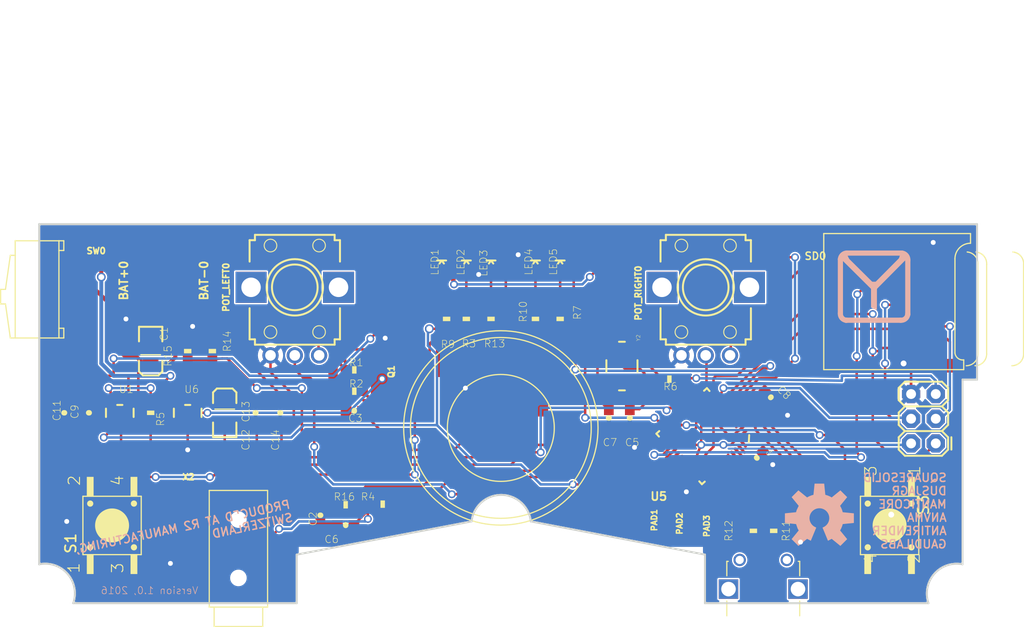
<source format=kicad_pcb>
(kicad_pcb (version 20221018) (generator pcbnew)
  (layers (0 "F.Cu" signal) (1 "In1.Cu" signal) (2 "In2.Cu" signal) (31 "B.Cu" signal) (34 "B.Paste" user) (35 "F.Paste" user) (36 "B.SilkS" user "B.Silkscreen") (37 "F.SilkS" user "F.Silkscreen") (38 "B.Mask" user) (39 "F.Mask" user) (44 "Edge.Cuts" user))
  (net 0 "")
  (net 1 "GND")
  (net 2 "RST")
  (net 3 "MOSI")
  (net 4 "SCK")
  (net 5 "MISO")
  (net 6 "RXI")
  (net 7 "TXO")
  (net 8 "D2")
  (net 9 "D3")
  (net 10 "D4")
  (net 11 "D5")
  (net 12 "D6")
  (net 13 "D8")
  (net 14 "D10")
  (net 15 "A0")
  (net 16 "A1")
  (net 17 "A2")
  (net 18 "A3")
  (net 19 "A4")
  (net 20 "A5")
  (net 21 "D7")
  (net 22 "D9")
  (net 23 "N$6")
  (net 24 "AREF")
  (net 25 "VBATT")
  (net 26 "N$11")
  (net 27 "CHARGE_STAT")
  (net 28 "N$8")
  (net 29 "N$15")
  (net 30 "N$16")
  (net 31 "N$17")
  (net 32 "UCAP")
  (net 33 "D-")
  (net 34 "D+")
  (net 35 "D11")
  (net 36 "D14")
  (net 37 "TXLED")
  (net 38 "N$19")
  (net 39 "N$20")
  (net 40 "N$38")
  (net 41 "RAW")
  (net 42 "VBATT_LVL")
  (net 43 "USB_VCC")
  (net 44 "3.3V")
  (net 45 "N$5")
  (net 46 "N$21")
  (net 47 "N$3")
  (net 48 "N$2")
  (net 49 "N$4")
  (net 50 "N$7")
  (footprint "working:0603-RES" (layer "F.Cu") (at 173.7381 117.058899 -90)
    (fp_text reference "R12")
    (fp_text value "22")
  )
  (footprint "working:0603-RES" (layer "F.Cu") (at 165.0931 101.447399 180)
    (fp_text reference "R6")
    (fp_text value "10K")
  )
  (footprint "working:LED-0603" (layer "F.Cu") (at 146.7411 89.412399)
    (fp_text reference "LED3")
    (fp_text value "Green")
  )
  (footprint "working:TASTER-9314_SMD" (layer "F.Cu") (at 107.7511 116.504399 90)
    (fp_text reference "S1")
    (fp_text value "Left")
  )
  (footprint "working:SMD2,54-5,08" (layer "F.Cu") (at 110.7686 88.404399)
    (fp_text reference "BAT+0")
    (fp_text value "")
  )
  (footprint "working:0603-CAP" (layer "F.Cu") (at 122.5161 104.914399 -90)
    (fp_text reference "C12")
    (fp_text value "1uF")
  )
  (footprint "working:MICROSD" (layer "F.Cu") (at 180.9361 100.469399 90)
    (fp_text reference "SD0")
    (fp_text value "MICROSD" hide)
  )
  (footprint "working:SOT23-5" (layer "F.Cu") (at 108.5461 104.914399)
    (fp_text reference "U1")
    (fp_text value "MCP73831")
  )
  (footprint "working:FUNNEL_LOGO_BOTTOM_V2" (layer "F.Cu") (at 186.1431 91.960399)
    (fp_text reference "U$4" hide)
    (fp_text value "FIO_LOGOV2" hide)
  )
  (footprint "working:USB_B_SMD" (layer "F.Cu") (at 174.7511 120.376378)
    (fp_text reference "X1" hide)
    (fp_text value "USB_B_SMD" hide)
  )
  (footprint "working:0603-CAP" (layer "F.Cu") (at 105.3711 104.914399 -90)
    (fp_text reference "C9")
    (fp_text value "4.7uF" hide)
  )
  (footprint "working:EIA3216" (layer "F.Cu") (at 111.7211 98.564399 -90)
    (fp_text reference "C1")
    (fp_text value "10uF")
  )
  (footprint "working:0603-RES" (layer "F.Cu") (at 131.7871 114.375899)
    (fp_text reference "R16")
    (fp_text value "330")
  )
  (footprint "working:0603-RES" (layer "F.Cu") (at 132.6761 102.691899)
    (fp_text reference "R2")
    (fp_text value "33")
  )
  (footprint "working:0603-CAP" (layer "F.Cu") (at 129.1836 115.455399 90)
    (fp_text reference "C2")
    (fp_text value "1uF")
  )
  (footprint "working:SMD2,54-5,08" (layer "F.Cu") (at 114.5786 88.404399)
    (fp_text reference "BAT-0")
    (fp_text value "")
  )
  (footprint "working:0603-CAP" (layer "F.Cu") (at 131.7871 116.471399)
    (fp_text reference "C6")
    (fp_text value "1uF")
  )
  (footprint "working:0603-RES" (layer "F.Cu") (at 132.6761 100.499399)
    (fp_text reference "R1")
    (fp_text value "33")
  )
  (footprint "working:SMD1,27-2,54" (layer "F.Cu") (at 164.4261 116.725399)
    (fp_text reference "PAD2")
    (fp_text value "WIREPADSMD1,27-254")
  )
  (footprint "working:CRYSTAL-SMD-5X3" (layer "F.Cu") (at 160.2111 100.104399 -90)
    (fp_text reference "Y2")
    (fp_text value "8MHz")
  )
  (footprint "working:0603-RES" (layer "F.Cu") (at 142.1691 95.254399 90)
    (fp_text reference "R9")
    (fp_text value "470" hide)
  )
  (footprint "working:LED-0603" (layer "F.Cu") (at 153.8531 89.412399)
    (fp_text reference "LED5")
    (fp_text value "Yellow")
  )
  (footprint "working:0603-RES" (layer "F.Cu") (at 118.0711 98.564399 90)
    (fp_text reference "R14")
    (fp_text value "10k")
  )
  (footprint "working:0603-CAP" (layer "F.Cu") (at 158.8621 105.454399 -90)
    (fp_text reference "C7")
    (fp_text value "22pF")
  )
  (footprint "working:FIDUCIAL_1MM" (layer "F.Cu") (at 193.2551 118.630399)
    (fp_text reference "U$2" hide)
    (fp_text value "FIDUCIAL" hide)
  )
  (footprint "working:0603-CAP" (layer "F.Cu") (at 175.5311 103.319399 135)
    (fp_text reference "C8")
    (fp_text value "1uF")
  )
  (footprint "working:0603-CAP" (layer "F.Cu") (at 102.8311 104.914399 90)
    (fp_text reference "C11")
    (fp_text value "1uF")
  )
  (footprint "working:0603-RES" (layer "F.Cu") (at 146.7411 95.254399 -90)
    (fp_text reference "R13")
    (fp_text value "330")
  )
  (footprint "working:SOT23" (layer "F.Cu") (at 137.7561 99.199399 90)
    (fp_text reference "Q1")
    (fp_text value "BSS123")
  )
  (footprint "working:SWITCH_SMD" (layer "F.Cu") (at 103.7836 92.214399)
    (fp_text reference "SW0")
    (fp_text value "SWITCH_SMD" hide)
  )
  (footprint "working:0603-CAP" (layer "F.Cu") (at 161.0211 105.454399 -90)
    (fp_text reference "C5")
    (fp_text value "22pF")
  )
  (footprint "working:EVUF" (layer "F.Cu") (at 168.8311 92.004399)
    (fp_text reference "POT_RIGHT0")
    (fp_text value "EVUF2A")
  )
  (footprint "working:QFN-44-NOPAD_1_1" (layer "F.Cu") (at 168.6961 107.319399 -138)
    (fp_text reference "U5")
    (fp_text value "ATMEGA32U4")
  )
  (footprint "working:LED-0603" (layer "F.Cu") (at 144.2011 89.412399)
    (fp_text reference "LED2")
    (fp_text value "Blue")
  )
  (footprint "working:0603-CAP" (layer "F.Cu") (at 125.0561 104.914399 90)
    (fp_text reference "C14")
    (fp_text value "0.1uF")
  )
  (footprint "working:LED-0603" (layer "F.Cu") (at 141.6611 89.412399)
    (fp_text reference "LED1")
    (fp_text value "Yellow")
  )
  (footprint "working:0603-RES" (layer "F.Cu") (at 135.5971 114.312399)
    (fp_text reference "R4")
    (fp_text value "330")
  )
  (footprint "working:EIA3216" (layer "F.Cu") (at 119.3411 104.914399 90)
    (fp_text reference "C13")
    (fp_text value "10uF")
  )
  (footprint "working:2X3" (layer "F.Cu") (at 192.5011 108.064399 90)
    (fp_text reference "JP4" hide)
    (fp_text value "AVR_SPI" hide)
  )
  (footprint "working:0603-RES" (layer "F.Cu") (at 151.3131 95.254399 90)
    (fp_text reference "R10")
    (fp_text value "330")
  )
  (footprint "working:0603-RES" (layer "F.Cu") (at 144.2011 95.254399 -90)
    (fp_text reference "R3")
    (fp_text value "330" hide)
  )
  (footprint "working:0603-RES" (layer "F.Cu") (at 115.5311 98.564399 -90)
    (fp_text reference "R15")
    (fp_text value "10k")
  )
  (footprint "working:0603-RES" (layer "F.Cu") (at 111.7211 104.914399 -90)
    (fp_text reference "R5")
    (fp_text value "2K")
  )
  (footprint "working:SMD1,27-2,54" (layer "F.Cu") (at 166.9661 116.979399)
    (fp_text reference "PAD3")
    (fp_text value "WIREPADSMD1,27-254")
  )
  (footprint "working:PJ-327A" (layer "F.Cu") (at 120.7511 124.904399 90)
    (fp_text reference "X2")
    (fp_text value "PJ-327A")
  )
  (footprint "working:SMD1,27-2,54" (layer "F.Cu") (at 161.8861 116.282949)
    (fp_text reference "PAD1")
    (fp_text value "WIREPADSMD1,27-254")
  )
  (footprint "working:0603-CAP" (layer "F.Cu") (at 132.6761 104.709399 180)
    (fp_text reference "C3")
    (fp_text value "1uF")
  )
  (footprint "working:SOT23-5" (layer "F.Cu") (at 115.5311 104.914399)
    (fp_text reference "U6")
    (fp_text value "MIC5219-3.3")
  )
  (footprint "working:LED-0603" (layer "F.Cu") (at 151.3131 89.412399)
    (fp_text reference "LED4")
    (fp_text value "Red")
  )
  (footprint "working:PS603" (layer "F.Cu") (at 147.7511 106.469399 180)
    (fp_text reference "SPEAKER0" hide)
    (fp_text value "PS603SPK" hide)
  )
  (footprint "working:0603-RES" (layer "F.Cu") (at 175.8256 117.058899 -90)
    (fp_text reference "R11")
    (fp_text value "22")
  )
  (footprint "working:TASTER-9314_SMD" (layer "F.Cu") (at 187.7511 116.504399 -90)
    (fp_text reference "S3")
    (fp_text value "Right")
  )
  (footprint "working:0603-RES" (layer "F.Cu") (at 153.8531 95.254399 90)
    (fp_text reference "R7")
    (fp_text value "330")
  )
  (footprint "working:EVUF" (layer "F.Cu") (at 126.5511 92.004399)
    (fp_text reference "POT_LEFT0")
    (fp_text value "EVUF2A")
  )
  (footprint "working:0603-CAP" (layer "F.Cu") (at 174.0861 109.549399 -135)
    (fp_text reference "C4")
    (fp_text value "0.1uF")
  )
  (footprint "working:FIDUCIAL_1MM" (layer "F.Cu") (at 102.3231 87.388399)
    (fp_text reference "U$1" hide)
    (fp_text value "FIDUCIAL" hide)
  )
  (footprint "working:OSHW-LOGO-L" (layer "B.Cu") (at 180.5271 115.752399 180)
    (fp_text reference "LOGO1" hide)
    (fp_text value "OSHW-LOGOL" hide)
  )
  (gr_line (start 100.2511 85.504399) (end 196.7511 85.504399) (stroke (width 0.2032)) (layer "Edge.Cuts"))
  (gr_line (start 168.7511 124.504399) (end 168.7511 119.504399) (stroke (width 0.2)) (layer "Edge.Cuts"))
  (gr_line (start 126.7511 124.504399) (end 126.7511 119.504399) (stroke (width 0.2)) (layer "Edge.Cuts"))
  (gr_line (start 191.7511 124.504399) (end 168.7511 124.504399) (stroke (width 0.2)) (layer "Edge.Cuts"))
  (gr_line (start 196.7511 101.504399) (end 196.7511 85.504399) (stroke (width 0.2)) (layer "Edge.Cuts"))
  (gr_line (start 103.7511 124.504399) (end 126.7511 124.504399) (stroke (width 0.2)) (layer "Edge.Cuts"))
  (gr_line (start 126.7511 119.504399) (end 144.7411 116.090399) (stroke (width 0.2)) (layer "Edge.Cuts"))
  (gr_line (start 195.2511 101.504399) (end 196.7511 101.504399) (stroke (width 0.2)) (layer "Edge.Cuts"))
  (gr_arc (start 100.2511 120.504399) (mid 103.168889 121.482584) (end 103.751099 124.5044) (stroke (width 0.2)) (layer "Edge.Cuts"))
  (gr_line (start 100.2511 120.504399) (end 100.2511 85.504399) (stroke (width 0.2)) (layer "Edge.Cuts"))
  (gr_arc (start 191.7511 124.504399) (mid 192.344946 121.492765) (end 195.251099 120.504401) (stroke (width 0.2)) (layer "Edge.Cuts"))
  (gr_arc (start 144.7411 116.090399) (mid 147.7891 113.362211) (end 150.8371 116.090399) (stroke (width 0.2)) (layer "Edge.Cuts"))
  (gr_line (start 168.7511 119.504399) (end 150.8371 116.090399) (stroke (width 0.2)) (layer "Edge.Cuts"))
  (gr_line (start 195.2511 120.504399) (end 195.2511 101.504399) (stroke (width 0.2)) (layer "Edge.Cuts"))
  (gr_text "PRODUCED AT R2 MANUFACTURING,\nSWITZERLAND" (at 126.507012 116.127474 -348) (layer "B.SilkS") (effects (font (size 0.85 0.85)) (justify left bottom mirror)))
  (gr_text "SQUARESOLID\nDUSJAGR\nMANTICORE\nANVMA\nANTIRENDER\nGAUDILABS" (at 193.707012 118.927474) (layer "B.SilkS") (effects (font (size 0.85 0.85)) (justify left bottom mirror)))
  (gr_text "Version 1.0, 2016" (at 116.661671 123.628487) (layer "B.SilkS") (effects (font (size 0.736 0.736) (thickness 0.064)) (justify left bottom mirror)))
  (segment (start 116.652478 123.065428) (end 116.2491 122.904399) (width 0.254) (layer "F.Cu") (net 1))
  (segment (start 192.7581 86.869399) (end 192.2391 87.388399) (width 0.254) (layer "F.Cu") (net 1))
  (segment (start 149.5351 88.650399) (end 153.8531 88.662399) (width 0.254) (layer "F.Cu") (net 1))
  (segment (start 111.9911 95.500399) (end 111.9751 95.516399) (width 0.254) (layer "F.Cu") (net 1))
  (segment (start 111.9911 95.500399) (end 111.9911 96.894399) (width 0.254) (layer "F.Cu") (net 1))
  (segment (start 167.3471 112.280399) (end 167.8551 112.788399) (width 0.254) (layer "F.Cu") (net 1))
  (segment (start 115.6581 123.202399) (end 116.515506 123.202399) (width 0.254) (layer "F.Cu") (net 1))
  (segment (start 174.6571 108.978399) (end 174.68714 108.948359) (width 0.254) (layer "F.Cu") (net 1))
  (segment (start 135.9146 97.294399) (end 135.8511 97.230899) (width 0.254) (layer "F.Cu") (net 1))
  (segment (start 144.2131 88.650399) (end 144.2011 88.662399) (width 0.254) (layer "F.Cu") (net 1))
  (segment (start 138.8561 98.249399) (end 138.8561 97.759399) (width 0.254) (layer "F.Cu") (net 1))
  (segment (start 143.5671 101.835399) (end 144.1061 102.374399) (width 0.254) (layer "F.Cu") (net 1))
  (segment (start 108.6731 106.341499) (end 108.5461 106.214499) (width 0.254) (layer "F.Cu") (net 1))
  (segment (start 168.8711 112.788399) (end 169.8871 111.772399) (width 0.254) (layer "F.Cu") (net 1))
  (segment (start 125.1831 105.891399) (end 125.0561 105.764399) (width 0.254) (layer "F.Cu") (net 1))
  (segment (start 176.4911 118.884399) (end 177.909631 118.884399) (width 0.254) (layer "F.Cu") (net 1))
  (segment (start 115.5311 96.532399) (end 116.0391 96.024399) (width 0.254) (layer "F.Cu") (net 1))
  (segment (start 116.515506 123.202399) (end 116.652478 123.065428) (width 0.254) (layer "F.Cu") (net 1))
  (segment (start 193.9536 97.611899) (end 193.9536 100.069399) (width 0.254) (layer "F.Cu") (net 1))
  (segment (start 189.9611 102.984399) (end 189.9611 100.604399) (width 0.254) (layer "F.Cu") (net 1))
  (segment (start 167.571984 104.631284) (end 167.8551 104.914399) (width 0.254) (layer "F.Cu") (net 1))
  (segment (start 167.0931 107.200399) (end 165.097153 107.200399) (width 0.254) (layer "F.Cu") (net 1))
  (segment (start 189.9531 102.976399) (end 189.9611 102.984399) (width 0.254) (layer "F.Cu") (net 1))
  (segment (start 113.7531 120.408399) (end 113.7531 121.297399) (width 0.254) (layer "F.Cu") (net 1))
  (segment (start 167.60714 111.639359) (end 167.3471 112.026399) (width 0.254) (layer "F.Cu") (net 1))
  (segment (start 124.2511 122.304399) (end 124.2511 120.324399) (width 0.254) (layer "F.Cu") (net 1))
  (segment (start 117.2511 123.304399) (end 116.652478 123.065428) (width 0.254) (layer "F.Cu") (net 1))
  (segment (start 138.8561 97.759399) (end 138.3911 97.294399) (width 0.254) (layer "F.Cu") (net 1))
  (segment (start 111.9911 96.894399) (end 111.7211 97.164399) (width 0.254) (layer "F.Cu") (net 1))
  (segment (start 175.900184 104.152399) (end 176.13214 103.920443) (width 0.254) (layer "F.Cu") (net 1))
  (segment (start 109.4351 95.516399) (end 109.1811 95.262399) (width 0.254) (layer "F.Cu") (net 1))
  (segment (start 124.0511 99.004399) (end 124.0511 100.734399) (width 0.254) (layer "F.Cu") (net 1))
  (segment (start 126.4531 105.510399) (end 126.1991 105.764399) (width 0.254) (layer "F.Cu") (net 1))
  (segment (start 190.4961 100.069399) (end 189.9611 100.604399) (width 0.254) (layer "F.Cu") (net 1))
  (segment (start 195.3761 86.869399) (end 192.7581 86.869399) (width 0.254) (layer "F.Cu") (net 1))
  (segment (start 193.9536 100.069399) (end 190.4961 100.069399) (width 0.254) (layer "F.Cu") (net 1))
  (segment (start 105.5011 118.506399) (end 103.0851 116.090399) (width 0.254) (layer "F.Cu") (net 1))
  (segment (start 167.8551 104.914399) (end 167.8551 106.438399) (width 0.254) (layer "F.Cu") (net 1))
  (segment (start 164.535996 107.725503) (end 164.0451 108.216399) (width 0.254) (layer "F.Cu") (net 1))
  (segment (start 143.5671 99.731399) (end 143.5671 101.835399) (width 0.254) (layer "F.Cu") (net 1))
  (segment (start 146.7291 88.650399) (end 146.7411 88.662399) (width 0.254) (layer "F.Cu") (net 1))
  (segment (start 163.4101 108.216399) (end 162.552981 107.359281) (width 0.254) (layer "F.Cu") (net 1))
  (segment (start 176.0511 120.376378) (end 176.0511 119.324399) (width 0.254) (layer "F.Cu") (net 1))
  (segment (start 167.86114 111.378409) (end 167.60714 111.639359) (width 0.254) (layer "F.Cu") (net 1))
  (segment (start 161.1551 106.438399) (end 161.0211 106.304399) (width 0.254) (layer "F.Cu") (net 1))
  (segment (start 105.3711 108.724399) (end 105.3711 105.764399) (width 0.254) (layer "F.Cu") (net 1))
  (segment (start 172.383534 108.488924) (end 172.826625 108.996924) (width 0.254) (layer "F.Cu") (net 1))
  (segment (start 167.8551 112.788399) (end 168.8711 112.788399) (width 0.254) (layer "F.Cu") (net 1))
  (segment (start 115.5311 108.724399) (end 119.3411 108.724399) (width 0.254) (layer "F.Cu") (net 1))
  (segment (start 167.8551 112.788399) (end 167.0931 112.788399) (width 0.254) (layer "F.Cu") (net 1))
  (segment (start 123.2511 123.304399) (end 124.2511 122.304399) (width 0.254) (layer "F.Cu") (net 1))
  (segment (start 151.3011 88.650399) (end 151.3131 88.662399) (width 0.254) (layer "F.Cu") (net 1))
  (segment (start 129.1836 116.305399) (end 130.7711 116.305399) (width 0.254) (layer "F.Cu") (net 1))
  (segment (start 177.909631 118.884399) (end 178.583096 118.210934) (width 0.254) (layer "F.Cu") (net 1))
  (segment (start 115.5311 108.724399) (end 115.5311 106.214499) (width 0.254) (layer "F.Cu") (net 1))
  (segment (start 108.6731 108.724399) (end 108.6731 106.341499) (width 0.254) (layer "F.Cu") (net 1))
  (segment (start 119.3411 108.724399) (end 122.6431 108.724399) (width 0.254) (layer "F.Cu") (net 1))
  (segment (start 145.4711 88.650399) (end 144.2131 88.650399) (width 0.254) (layer "F.Cu") (net 1))
  (segment (start 193.3111 96.969399) (end 193.9536 97.611899) (width 0.254) (layer "F.Cu") (net 1))
  (segment (start 162.552981 107.359281) (end 162.552981 107.422518) (width 0.254) (layer "F.Cu") (net 1))
  (segment (start 175.2211 109.482318) (end 175.2211 109.740399) (width 0.254) (layer "F.Cu") (net 1))
  (segment (start 162.552981 107.359281) (end 161.6321 106.438399) (width 0.254) (layer "F.Cu") (net 1))
  (segment (start 172.9351 108.978399) (end 174.6571 108.978399) (width 0.254) (layer "F.Cu") (net 1))
  (segment (start 167.3471 112.026399) (end 167.3471 112.280399) (width 0.254) (layer "F.Cu") (net 1))
  (segment (start 174.7131 104.152399) (end 175.900184 104.152399) (width 0.254) (layer "F.Cu") (net 1))
  (segment (start 189.9531 101.358399) (end 189.9531 102.976399) (width 0.254) (layer "F.Cu") (net 1))
  (segment (start 128.2311 116.344399) (end 129.1446 116.344399) (width 0.254) (layer "F.Cu") (net 1))
  (segment (start 122.6431 108.724399) (end 122.6431 105.891399) (width 0.254) (layer "F.Cu") (net 1))
  (segment (start 175.2211 109.482318) (end 174.68714 108.948359) (width 0.254) (layer "F.Cu") (net 1))
  (segment (start 108.6731 108.724399) (end 105.3711 108.724399) (width 0.254) (layer "F.Cu") (net 1))
  (segment (start 124.0511 100.734399) (end 126.4531 103.136399) (width 0.254) (layer "F.Cu") (net 1))
  (segment (start 112.0386 94.119399) (end 114.5786 91.579399) (width 0.4064) (layer "F.Cu") (net 1))
  (segment (start 123.2511 122.904399) (end 124.2511 122.304399) (width 0.254) (layer "F.Cu") (net 1))
  (segment (start 149.5351 88.650399) (end 151.3011 88.650399) (width 0.254) (layer "F.Cu") (net 1))
  (segment (start 162.552981 107.422518) (end 161.5051 108.470399) (width 0.254) (layer "F.Cu") (net 1))
  (segment (start 117.2511 123.304399) (end 123.2511 123.304399) (width 0.254) (layer "F.Cu") (net 1))
  (segment (start 105.5011 121.504399) (end 105.5011 118.506399) (width 0.254) (layer "F.Cu") (net 1))
  (segment (start 126.4531 103.136399) (end 126.4531 105.510399) (width 0.254) (layer "F.Cu") (net 1))
  (segment (start 176.13214 103.920443) (end 176.13214 104.04744) (width 0.254) (layer "F.Cu") (net 1))
  (segment (start 172.4271 104.660399) (end 173.1891 103.898399) (width 0.254) (layer "F.Cu") (net 1))
  (segment (start 164.57205 107.725503) (end 164.535996 107.725503) (width 0.254) (layer "F.Cu") (net 1))
  (segment (start 105.3711 105.764399) (end 102.8311 105.764399) (width 0.254) (layer "F.Cu") (net 1))
  (segment (start 167.190984 104.184909) (end 167.571984 104.631284) (width 0.254) (layer "F.Cu") (net 1))
  (segment (start 129.1446 116.344399) (end 129.1836 116.305399) (width 0.254) (layer "F.Cu") (net 1))
  (segment (start 122.6431 105.891399) (end 122.5161 105.764399) (width 0.254) (layer "F.Cu") (net 1))
  (segment (start 174.4591 103.898399) (end 174.7131 104.152399) (width 0.254) (layer "F.Cu") (net 1))
  (segment (start 190.0011 111.504399) (end 190.0011 113.311899) (width 0.254) (layer "F.Cu") (net 1))
  (segment (start 191.9761 96.969399) (end 193.3111 96.969399) (width 0.254) (layer "F.Cu") (net 1))
  (segment (start 112.0386 94.119399) (end 112.0386 96.846899) (width 0.4064) (layer "F.Cu") (net 1))
  (segment (start 161.6321 106.438399) (end 161.1551 106.438399) (width 0.254) (layer "F.Cu") (net 1))
  (segment (start 111.7211 108.724399) (end 115.5311 108.724399) (width 0.254) (layer "F.Cu") (net 1))
  (segment (start 125.1831 108.724399) (end 125.1831 105.891399) (width 0.254) (layer "F.Cu") (net 1))
  (segment (start 172.826625 108.996924) (end 172.9351 108.978399) (width 0.254) (layer "F.Cu") (net 1))
  (segment (start 167.8551 106.438399) (end 167.0931 107.200399) (width 0.254) (layer "F.Cu") (net 1))
  (segment (start 111.9751 95.516399) (end 109.4351 95.516399) (width 0.254) (layer "F.Cu") (net 1))
  (segment (start 194.4761 100.069399) (end 193.9536 100.069399) (width 0.254) (layer "F.Cu") (net 1))
  (segment (start 124.2511 120.324399) (end 128.2311 116.344399) (width 0.254) (layer "F.Cu") (net 1))
  (segment (start 138.3911 97.294399) (end 135.9146 97.294399) (width 0.254) (layer "F.Cu") (net 1))
  (segment (start 145.4711 88.650399) (end 146.7291 88.650399) (width 0.254) (layer "F.Cu") (net 1))
  (segment (start 176.0511 119.324399) (end 176.4911 118.884399) (width 0.254) (layer "F.Cu") (net 1))
  (segment (start 113.7531 121.297399) (end 115.6581 123.202399) (width 0.254) (layer "F.Cu") (net 1))
  (segment (start 189.9611 100.604399) (end 189.1911 99.834399) (width 0.254) (layer "F.Cu") (net 1))
  (segment (start 119.3411 108.724399) (end 119.3411 106.314399) (width 0.254) (layer "F.Cu") (net 1))
  (segment (start 176.13214 104.04744) (end 177.2531 105.168399) (width 0.254) (layer "F.Cu") (net 1))
  (segment (start 171.510165 105.458418) (end 172.4271 104.660399) (width 0.254) (layer "F.Cu") (net 1))
  (segment (start 175.2211 109.740399) (end 175.7291 110.248399) (width 0.254) (layer "F.Cu") (net 1))
  (segment (start 158.8621 106.304399) (end 161.0211 106.304399) (width 0.254) (layer "F.Cu") (net 1))
  (segment (start 145.4711 90.682399) (end 145.4711 88.650399) (width 0.254) (layer "F.Cu") (net 1))
  (segment (start 111.7211 108.724399) (end 108.6731 108.724399) (width 0.254) (layer "F.Cu") (net 1))
  (segment (start 174.68714 108.948359) (end 174.68714 108.95244) (width 0.254) (layer "F.Cu") (net 1))
  (segment (start 167.0931 112.788399) (end 166.8391 113.042399) (width 0.254) (layer "F.Cu") (net 1))
  (segment (start 164.0451 108.216399) (end 163.4101 108.216399) (width 0.254) (layer "F.Cu") (net 1))
  (segment (start 173.1891 103.898399) (end 174.4591 103.898399) (width 0.254) (layer "F.Cu") (net 1))
  (segment (start 125.0561 105.764399) (end 126.1991 105.764399) (width 0.254) (layer "F.Cu") (net 1))
  (segment (start 165.097153 107.200399) (end 164.57205 107.725503) (width 0.254) (layer "F.Cu") (net 1))
  (segment (start 122.6431 108.724399) (end 125.1831 108.724399) (width 0.254) (layer "F.Cu") (net 1))
  (segment (start 169.8871 111.772399) (end 169.8871 111.522212) (width 0.254) (layer "F.Cu") (net 1))
  (segment (start 111.7211 105.764399) (end 111.7211 108.724399) (width 0.254) (layer "F.Cu") (net 1))
  (segment (start 190.0011 113.311899) (end 187.9211 115.391899) (width 0.254) (layer "F.Cu") (net 1))
  (segment (start 130.7711 116.305399) (end 130.9371 116.471399) (width 0.254) (layer "F.Cu") (net 1))
  (segment (start 112.0386 96.846899) (end 111.7211 97.164399) (width 0.4064) (layer "F.Cu") (net 1))
  (segment (start 169.8871 111.522212) (end 169.473771 111.108884) (width 0.254) (layer "F.Cu") (net 1))
  (segment (start 114.5786 91.579399) (end 114.5786 88.404399) (width 0.4064) (layer "F.Cu") (net 1))
  (segment (start 115.5311 97.714399) (end 115.5311 96.532399) (width 0.254) (layer "F.Cu") (net 1))
  (via (at 116.0391 96.024399) (size 0.8048) (drill 0.5) (layers "F.Cu" "B.Cu") (net 1))
  (via (at 178.583096 118.210934) (size 0.8048) (drill 0.5) (layers "F.Cu" "B.Cu") (net 1))
  (via (at 192.2391 87.388399) (size 0.8048) (drill 0.5) (layers "F.Cu" "B.Cu") (net 1))
  (via (at 189.1911 99.834399) (size 0.9048) (drill 0.6) (layers "F.Cu" "B.Cu") (net 1))
  (via (at 135.8511 97.230899) (size 0.8048) (drill 0.5) (layers "F.Cu" "B.Cu") (net 1))
  (via (at 149.5351 88.650399) (size 0.8048) (drill 0.5) (layers "F.Cu" "B.Cu") (net 1))
  (via (at 103.0851 116.090399) (size 0.8048) (drill 0.5) (layers "F.Cu" "B.Cu") (net 1))
  (via (at 187.9211 115.391899) (size 0.9048) (drill 0.6) (layers "F.Cu" "B.Cu") (net 1))
  (via (at 177.2531 105.168399) (size 0.8048) (drill 0.5) (layers "F.Cu" "B.Cu") (net 1))
  (via (at 161.5051 108.470399) (size 0.8048) (drill 0.5) (layers "F.Cu" "B.Cu") (net 1))
  (via (at 115.5311 108.724399) (size 0.8048) (drill 0.5) (layers "F.Cu" "B.Cu") (net 1))
  (via (at 166.8391 113.042399) (size 0.8048) (drill 0.5) (layers "F.Cu" "B.Cu") (net 1))
  (via (at 144.1061 102.374399) (size 0.8048) (drill 0.5) (layers "F.Cu" "B.Cu") (net 1))
  (via (at 109.1811 95.262399) (size 0.8048) (drill 0.5) (layers "F.Cu" "B.Cu") (net 1))
  (via (at 113.7531 120.408399) (size 0.8048) (drill 0.5) (layers "F.Cu" "B.Cu") (net 1))
  (via (at 175.7291 110.248399) (size 0.8048) (drill 0.5) (layers "F.Cu" "B.Cu") (net 1))
  (via (at 145.4711 90.682399) (size 0.8048) (drill 0.5) (layers "F.Cu" "B.Cu") (net 1))
  (segment (start 192.2391 87.388399) (end 191.9851 87.134399) (width 0.254) (layer "B.Cu") (net 1))
  (segment (start 178.583096 118.210934) (end 179.7296 117.677899) (width 0.254) (layer "B.Cu") (net 1))
  (segment (start 166.8391 113.042399) (end 165.3151 113.042399) (width 0.254) (layer "B.Cu") (net 1))
  (segment (start 115.5311 108.724399) (end 115.5311 109.486399) (width 0.254) (layer "B.Cu") (net 1))
  (segment (start 182.2061 111.581899) (end 181.8886 111.264399) (width 0.254) (layer "B.Cu") (net 1))
  (segment (start 113.7531 120.408399) (end 113.7531 119.646399) (width 0.254) (layer "B.Cu") (net 1))
  (segment (start 103.0851 116.090399) (end 103.0851 114.058399) (width 0.254) (layer "B.Cu") (net 1))
  (segment (start 109.1811 95.262399) (end 108.9271 95.008399) (width 0.254) (layer "B.Cu") (net 1))
  (segment (start 149.5351 88.650399) (end 149.750312 89.349612) (width 0.254) (layer "B.Cu") (net 1))
  (segment (start 149.750312 89.349612) (end 150.0751 89.674399) (width 0.254) (layer "B.Cu") (net 1))
  (segment (start 161.5051 108.470399) (end 161.5051 108.724399) (width 0.254) (layer "B.Cu") (net 1))
  (segment (start 177.2531 105.422399) (end 176.7451 105.930399) (width 0.254) (layer "B.Cu") (net 1))
  (segment (start 177.2531 105.168399) (end 177.2531 105.422399) (width 0.254) (layer "B.Cu") (net 1))
  (segment (start 116.0391 96.024399) (end 118.0711 94.246399) (width 0.254) (layer "B.Cu") (net 1))
  (segment (start 189.1911 99.834399) (end 189.1911 99.199399) (width 0.254) (layer "B.Cu") (net 1))
  (segment (start 144.1061 102.374399) (end 144.1061 103.326899) (width 0.254) (layer "B.Cu") (net 1))
  (segment (start 187.9211 115.391899) (end 187.2861 115.391899) (width 0.254) (layer "B.Cu") (net 1))
  (segment (start 167.0931 101.369318) (end 166.021181 101.369318) (width 0.254) (layer "F.Cu") (net 2))
  (segment (start 166.021181 101.369318) (end 165.9431 101.447399) (width 0.254) (layer "F.Cu") (net 2))
  (segment (start 167.918425 103.529918) (end 167.156425 102.691724) (width 0.254) (layer "F.Cu") (net 2))
  (segment (start 167.156425 102.691724) (end 167.0931 102.374399) (width 0.254) (layer "F.Cu") (net 2))
  (segment (start 167.0931 101.369318) (end 167.0931 101.358399) (width 0.254) (layer "F.Cu") (net 2))
  (segment (start 167.0931 101.358399) (end 167.8551 101.358399) (width 0.254) (layer "F.Cu") (net 2))
  (segment (start 167.0931 102.374399) (end 167.0931 101.369318) (width 0.254) (layer "F.Cu") (net 2))
  (via (at 167.8551 101.358399) (size 0.8048) (drill 0.5) (layers "F.Cu" "B.Cu") (net 2))
  (segment (start 182.8411 101.104399) (end 191.9851 101.104399) (width 0.254) (layer "B.Cu") (net 2))
  (segment (start 167.8551 101.358399) (end 182.8411 101.612399) (width 0.254) (layer "B.Cu") (net 2))
  (segment (start 192.4931 102.976399) (end 192.5011 102.984399) (width 0.254) (layer "B.Cu") (net 2))
  (segment (start 191.9851 101.104399) (end 192.4931 101.612399) (width 0.254) (layer "B.Cu") (net 2))
  (segment (start 192.4931 101.612399) (end 192.4931 102.976399) (width 0.254) (layer "B.Cu") (net 2))
  (segment (start 182.8411 101.612399) (end 182.8411 101.104399) (width 0.254) (layer "B.Cu") (net 2))
  (segment (start 189.8591 105.422399) (end 189.9611 105.524399) (width 0.254) (layer "F.Cu") (net 3))
  (segment (start 191.4436 93.801899) (end 191.5761 93.669399) (width 0.254) (layer "F.Cu") (net 3))
  (segment (start 187.2861 104.787399) (end 187.9211 105.422399) (width 0.254) (layer "F.Cu") (net 3))
  (segment (start 187.2861 93.801899) (end 191.4436 93.801899) (width 0.254) (layer "F.Cu") (net 3))
  (segment (start 187.9211 105.422399) (end 189.8591 105.422399) (width 0.254) (layer "F.Cu") (net 3))
  (segment (start 169.865621 103.631965) (end 170.280534 103.250965) (width 0.254) (layer "F.Cu") (net 3))
  (segment (start 187.2861 99.834399) (end 187.2861 104.787399) (width 0.254) (layer "F.Cu") (net 3))
  (segment (start 170.280534 103.250965) (end 170.6491 102.374399) (width 0.254) (layer "F.Cu") (net 3))
  (via (at 170.6491 102.374399) (size 0.8048) (drill 0.5) (layers "F.Cu" "B.Cu") (net 3))
  (via (at 187.2861 99.834399) (size 0.8048) (drill 0.5) (layers "F.Cu" "B.Cu") (net 3))
  (via (at 187.2861 93.801899) (size 0.8048) (drill 0.5) (layers "F.Cu" "B.Cu") (net 3))
  (segment (start 181.5711 105.422399) (end 189.8591 105.422399) (width 0.254) (layer "B.Cu") (net 3))
  (segment (start 189.8591 105.422399) (end 189.9611 105.524399) (width 0.254) (layer "B.Cu") (net 3))
  (segment (start 187.2861 99.834399) (end 187.2861 93.801899) (width 0.254) (layer "B.Cu") (net 3))
  (segment (start 178.5231 102.374399) (end 181.5711 105.422399) (width 0.254) (layer "B.Cu") (net 3))
  (segment (start 178.5231 102.374399) (end 170.6491 102.374399) (width 0.254) (layer "B.Cu") (net 3))
  (segment (start 189.5086 96.024399) (end 191.4211 96.024399) (width 0.254) (layer "F.Cu") (net 4))
  (segment (start 175.7291 98.564399) (end 176.4911 98.564399) (width 0.254) (layer "F.Cu") (net 4))
  (segment (start 170.559665 103.606834) (end 175.7291 98.564399) (width 0.254) (layer "F.Cu") (net 4))
  (segment (start 191.7311 96.024399) (end 191.5761 95.869399) (width 0.254) (layer "F.Cu") (net 4))
  (segment (start 193.9536 96.024399) (end 191.7311 96.024399) (width 0.254) (layer "F.Cu") (net 4))
  (segment (start 189.2546 96.278399) (end 189.5086 96.024399) (width 0.254) (layer "F.Cu") (net 4))
  (segment (start 191.4211 96.024399) (end 191.5761 95.869399) (width 0.254) (layer "F.Cu") (net 4))
  (segment (start 170.186043 103.987834) (end 170.559665 103.606834) (width 0.254) (layer "F.Cu") (net 4))
  (segment (start 178.7771 96.278399) (end 189.2546 96.278399) (width 0.254) (layer "F.Cu") (net 4))
  (segment (start 176.4911 98.564399) (end 178.7771 96.278399) (width 0.254) (layer "F.Cu") (net 4))
  (via (at 193.9536 96.024399) (size 0.8048) (drill 0.5) (layers "F.Cu" "B.Cu") (net 4))
  (segment (start 193.0261 105.524399) (end 193.9536 104.596899) (width 0.254) (layer "B.Cu") (net 4))
  (segment (start 193.9536 104.596899) (end 193.9536 96.024399) (width 0.254) (layer "B.Cu") (net 4))
  (segment (start 192.5011 105.524399) (end 193.0261 105.524399) (width 0.254) (layer "B.Cu") (net 4))
  (segment (start 186.0161 98.564399) (end 186.0161 107.454399) (width 0.254) (layer "F.Cu") (net 5))
  (segment (start 190.5711 109.994399) (end 192.5011 108.064399) (width 0.254) (layer "F.Cu") (net 5))
  (segment (start 186.6511 98.564399) (end 186.9686 98.246899) (width 0.254) (layer "F.Cu") (net 5))
  (segment (start 191.3986 98.246899) (end 191.5761 98.069399) (width 0.254) (layer "F.Cu") (net 5))
  (segment (start 169.6331 103.136399) (end 169.6331 101.358399) (width 0.254) (layer "F.Cu") (net 5))
  (segment (start 169.6331 101.358399) (end 169.8871 101.104399) (width 0.254) (layer "F.Cu") (net 5))
  (segment (start 172.0461 101.104399) (end 178.3961 94.754399) (width 0.254) (layer "F.Cu") (net 5))
  (segment (start 190.5711 109.994399) (end 188.5561 109.994399) (width 0.254) (layer "F.Cu") (net 5))
  (segment (start 169.8871 101.104399) (end 172.0461 101.104399) (width 0.254) (layer "F.Cu") (net 5))
  (segment (start 186.0161 98.564399) (end 186.6511 98.564399) (width 0.254) (layer "F.Cu") (net 5))
  (segment (start 186.9686 98.246899) (end 191.3986 98.246899) (width 0.254) (layer "F.Cu") (net 5))
  (segment (start 186.0161 107.454399) (end 188.5561 109.994399) (width 0.254) (layer "F.Cu") (net 5))
  (segment (start 186.0161 94.754399) (end 178.3961 94.754399) (width 0.254) (layer "F.Cu") (net 5))
  (segment (start 169.531056 103.260393) (end 169.6331 103.136399) (width 0.254) (layer "F.Cu") (net 5))
  (via (at 186.0161 98.564399) (size 0.8048) (drill 0.5) (layers "F.Cu" "B.Cu") (net 5))
  (via (at 186.0161 94.754399) (size 0.8048) (drill 0.5) (layers "F.Cu" "B.Cu") (net 5))
  (segment (start 186.0161 98.564399) (end 186.0161 94.754399) (width 0.254) (layer "B.Cu") (net 5))
  (segment (start 184.1111 110.946899) (end 184.1111 114.439399) (width 0.254) (layer "F.Cu") (net 8))
  (segment (start 185.6986 116.026899) (end 185.6986 121.306899) (width 0.254) (layer "F.Cu") (net 8))
  (segment (start 184.1111 114.439399) (end 185.6986 116.026899) (width 0.254) (layer "F.Cu") (net 8))
  (segment (start 183.1586 108.724399) (end 183.1586 109.994399) (width 0.254) (layer "F.Cu") (net 8))
  (segment (start 166.3311 106.184399) (end 166.8391 106.184399) (width 0.254) (layer "F.Cu") (net 8))
  (segment (start 165.736106 105.494887) (end 166.244106 106.097406) (width 0.254) (layer "F.Cu") (net 8))
  (segment (start 166.244106 106.097406) (end 166.3311 106.184399) (width 0.254) (layer "F.Cu") (net 8))
  (segment (start 181.6346 107.200399) (end 183.1586 108.724399) (width 0.254) (layer "F.Cu") (net 8))
  (segment (start 180.5551 107.200399) (end 181.6346 107.200399) (width 0.254) (layer "F.Cu") (net 8))
  (segment (start 185.6986 121.306899) (end 185.5011 121.504399) (width 0.254) (layer "F.Cu") (net 8))
  (segment (start 183.1586 109.994399) (end 184.1111 110.946899) (width 0.254) (layer "F.Cu") (net 8))
  (via (at 180.5551 107.200399) (size 0.8048) (drill 0.5) (layers "F.Cu" "B.Cu") (net 8))
  (via (at 166.8391 106.184399) (size 0.8048) (drill 0.5) (layers "F.Cu" "B.Cu") (net 8))
  (segment (start 180.0471 106.692399) (end 180.5551 107.200399) (width 0.254) (layer "B.Cu") (net 8))
  (segment (start 168.3631 106.692399) (end 180.0471 106.692399) (width 0.254) (layer "B.Cu") (net 8))
  (segment (start 167.8551 106.184399) (end 168.3631 106.692399) (width 0.254) (layer "B.Cu") (net 8))
  (segment (start 166.8391 106.184399) (end 167.8551 106.184399) (width 0.254) (layer "B.Cu") (net 8))
  (segment (start 165.3151 104.406399) (end 165.0611 104.406399) (width 0.254) (layer "F.Cu") (net 9))
  (segment (start 119.3411 110.248399) (end 148.8051 110.248399) (width 0.254) (layer "F.Cu") (net 9))
  (segment (start 117.8171 111.518399) (end 118.0711 111.518399) (width 0.254) (layer "F.Cu") (net 9))
  (segment (start 148.8051 110.248399) (end 150.0751 108.978399) (width 0.254) (layer "F.Cu") (net 9))
  (segment (start 118.0711 111.518399) (end 119.3411 110.248399) (width 0.254) (layer "F.Cu") (net 9))
  (segment (start 165.0611 104.406399) (end 164.8071 104.660399) (width 0.254) (layer "F.Cu") (net 9))
  (segment (start 110.0011 111.504399) (end 112.2291 111.518399) (width 0.254) (layer "F.Cu") (net 9))
  (segment (start 165.837971 104.929271) (end 165.3151 104.406399) (width 0.254) (layer "F.Cu") (net 9))
  (segment (start 150.0751 108.978399) (end 151.8531 108.978399) (width 0.254) (layer "F.Cu") (net 9))
  (segment (start 166.091971 105.174465) (end 165.837971 104.929271) (width 0.254) (layer "F.Cu") (net 9))
  (via (at 117.8171 111.518399) (size 0.8048) (drill 0.5) (layers "F.Cu" "B.Cu") (net 9))
  (via (at 112.2291 111.518399) (size 0.8048) (drill 0.5) (layers "F.Cu" "B.Cu") (net 9))
  (via (at 164.8071 104.660399) (size 0.8048) (drill 0.5) (layers "F.Cu" "B.Cu") (net 9))
  (via (at 151.8531 108.978399) (size 0.8048) (drill 0.5) (layers "F.Cu" "B.Cu") (net 9))
  (segment (start 164.5531 104.406399) (end 164.8071 104.660399) (width 0.254) (layer "B.Cu") (net 9))
  (segment (start 112.2291 111.518399) (end 117.8171 111.518399) (width 0.254) (layer "B.Cu") (net 9))
  (segment (start 151.8531 104.406399) (end 151.8531 108.978399) (width 0.254) (layer "B.Cu") (net 9))
  (segment (start 151.8531 104.406399) (end 164.5531 104.406399) (width 0.254) (layer "B.Cu") (net 9))
  (segment (start 165.22704 108.452943) (end 164.97304 108.685459) (width 0.254) (layer "F.Cu") (net 10))
  (segment (start 164.97304 108.685459) (end 164.4261 109.232399) (width 0.254) (layer "F.Cu") (net 10))
  (segment (start 184.3651 108.978399) (end 184.8096 109.486399) (width 0.254) (layer "F.Cu") (net 10))
  (segment (start 187.1591 91.706399) (end 185.4446 91.706399) (width 0.254) (layer "F.Cu") (net 10))
  (segment (start 191.1761 92.569399) (end 188.0221 92.569399) (width 0.254) (layer "F.Cu") (net 10))
  (segment (start 185.4446 91.706399) (end 184.4286 92.722399) (width 0.254) (layer "F.Cu") (net 10))
  (segment (start 184.3651 99.072399) (end 184.3651 108.978399) (width 0.254) (layer "F.Cu") (net 10))
  (segment (start 164.4261 109.232399) (end 163.5371 109.232399) (width 0.254) (layer "F.Cu") (net 10))
  (segment (start 188.0221 92.569399) (end 187.1591 91.706399) (width 0.254) (layer "F.Cu") (net 10))
  (via (at 163.5371 109.232399) (size 0.8048) (drill 0.5) (layers "F.Cu" "B.Cu") (net 10))
  (via (at 184.3651 99.072399) (size 0.8048) (drill 0.5) (layers "F.Cu" "B.Cu") (net 10))
  (via (at 184.8096 109.486399) (size 0.8048) (drill 0.5) (layers "F.Cu" "B.Cu") (net 10))
  (via (at 184.4286 92.722399) (size 0.8048) (drill 0.5) (layers "F.Cu" "B.Cu") (net 10))
  (segment (start 184.4286 99.008899) (end 184.3651 99.072399) (width 0.254) (layer "B.Cu") (net 10))
  (segment (start 163.5371 109.232399) (end 164.8071 109.232399) (width 0.254) (layer "B.Cu") (net 10))
  (segment (start 164.8071 108.978399) (end 181.0631 108.978399) (width 0.254) (layer "B.Cu") (net 10))
  (segment (start 184.8096 109.486399) (end 181.5711 109.486399) (width 0.254) (layer "B.Cu") (net 10))
  (segment (start 181.5711 109.486399) (end 181.0631 108.978399) (width 0.254) (layer "B.Cu") (net 10))
  (segment (start 184.4286 92.722399) (end 184.4286 99.008899) (width 0.254) (layer "B.Cu") (net 10))
  (segment (start 164.8071 109.232399) (end 164.8071 108.978399) (width 0.254) (layer "B.Cu") (net 10))
  (segment (start 166.871584 110.279393) (end 166.837693 110.279393) (width 0.254) (layer "F.Cu") (net 14))
  (segment (start 165.598687 111.518399) (end 142.7091 111.518399) (width 0.254) (layer "F.Cu") (net 14))
  (segment (start 139.9151 114.312399) (end 136.4471 114.312399) (width 0.254) (layer "F.Cu") (net 14))
  (segment (start 166.871584 110.279393) (end 166.834418 110.279393) (width 0.254) (layer "F.Cu") (net 14))
  (segment (start 166.837693 110.279393) (end 165.598687 111.518399) (width 0.254) (layer "F.Cu") (net 14))
  (segment (start 142.7091 111.518399) (end 139.9151 114.312399) (width 0.254) (layer "F.Cu") (net 14))
  (segment (start 168.905475 104.408128) (end 168.914125 99.044399) (width 0.254) (layer "F.Cu") (net 15))
  (segment (start 169.6331 108.407878) (end 168.843746 109.197231) (width 0.254) (layer "F.Cu") (net 15))
  (segment (start 168.914125 99.044399) (end 168.8311 99.004399) (width 0.254) (layer "F.Cu") (net 15))
  (segment (start 169.82964 110.788459) (end 169.19464 110.06394) (width 0.254) (layer "F.Cu") (net 15))
  (segment (start 168.6171 109.486399) (end 168.843746 109.197231) (width 0.254) (layer "F.Cu") (net 15))
  (segment (start 169.19464 110.06394) (end 168.6171 109.486399) (width 0.254) (layer "F.Cu") (net 15))
  (segment (start 168.905475 104.408128) (end 169.6331 104.914399) (width 0.254) (layer "F.Cu") (net 15))
  (segment (start 169.6331 104.914399) (end 169.6331 108.407878) (width 0.254) (layer "F.Cu") (net 15))
  (segment (start 127.4691 101.358399) (end 128.1676 101.358399) (width 0.254) (layer "F.Cu") (net 16))
  (segment (start 143.2171 113.296399) (end 143.9791 112.534399) (width 0.254) (layer "F.Cu") (net 16))
  (segment (start 170.9031 111.264399) (end 170.9031 111.772399) (width 0.254) (layer "F.Cu") (net 16))
  (segment (start 128.5486 101.739399) (end 128.5486 108.406899) (width 0.254) (layer "F.Cu") (net 16))
  (segment (start 143.9791 112.534399) (end 150.8371 112.534399) (width 0.254) (layer "F.Cu") (net 16))
  (segment (start 170.201212 110.453896) (end 170.709212 111.070512) (width 0.254) (layer "F.Cu") (net 16))
  (segment (start 128.1676 101.358399) (end 128.5486 101.739399) (width 0.254) (layer "F.Cu") (net 16))
  (segment (start 170.9031 111.772399) (end 168.6171 114.058399) (width 0.254) (layer "F.Cu") (net 16))
  (segment (start 126.5511 99.004399) (end 126.5511 100.440399) (width 0.254) (layer "F.Cu") (net 16))
  (segment (start 126.5511 100.440399) (end 127.4691 101.358399) (width 0.254) (layer "F.Cu") (net 16))
  (segment (start 160.9971 114.566399) (end 161.5051 114.058399) (width 0.254) (layer "F.Cu") (net 16))
  (segment (start 142.7091 113.296399) (end 143.2171 113.296399) (width 0.254) (layer "F.Cu") (net 16))
  (segment (start 150.8371 112.534399) (end 152.8691 114.566399) (width 0.254) (layer "F.Cu") (net 16))
  (segment (start 168.6171 114.058399) (end 161.5051 114.058399) (width 0.254) (layer "F.Cu") (net 16))
  (segment (start 160.9971 114.566399) (end 152.8691 114.566399) (width 0.254) (layer "F.Cu") (net 16))
  (segment (start 170.709212 111.070512) (end 170.9031 111.264399) (width 0.254) (layer "F.Cu") (net 16))
  (via (at 142.7091 113.296399) (size 0.8048) (drill 0.5) (layers "F.Cu" "B.Cu") (net 16))
  (via (at 128.5486 108.406899) (size 0.8048) (drill 0.5) (layers "F.Cu" "B.Cu") (net 16))
  (segment (start 128.5486 108.406899) (end 128.5486 110.311899) (width 0.254) (layer "B.Cu") (net 16))
  (segment (start 128.5486 110.311899) (end 130.5171 112.280399) (width 0.254) (layer "B.Cu") (net 16))
  (segment (start 141.6931 112.280399) (end 142.7091 113.296399) (width 0.254) (layer "B.Cu") (net 16))
  (segment (start 130.5171 112.280399) (end 141.6931 112.280399) (width 0.254) (layer "B.Cu") (net 16))
  (segment (start 162.0131 115.074399) (end 162.0131 116.852399) (width 0.254) (layer "F.Cu") (net 17))
  (segment (start 170.557081 110.133468) (end 170.557081 110.156381) (width 0.254) (layer "F.Cu") (net 17))
  (segment (start 171.4111 111.010399) (end 171.4111 112.026399) (width 0.254) (layer "F.Cu") (net 17))
  (segment (start 170.557081 110.156381) (end 171.4111 111.010399) (width 0.254) (layer "F.Cu") (net 17))
  (segment (start 162.5211 114.566399) (end 162.0131 115.074399) (width 0.254) (layer "F.Cu") (net 17))
  (segment (start 171.4111 112.026399) (end 168.8711 114.566399) (width 0.254) (layer "F.Cu") (net 17))
  (segment (start 168.8711 114.566399) (end 162.5211 114.566399) (width 0.254) (layer "F.Cu") (net 17))
  (segment (start 162.0131 116.852399) (end 161.8861 116.282949) (width 0.254) (layer "F.Cu") (net 17))
  (segment (start 164.2991 115.582399) (end 164.2991 116.852399) (width 0.254) (layer "F.Cu") (net 18))
  (segment (start 164.8071 115.074399) (end 164.2991 115.582399) (width 0.254) (layer "F.Cu") (net 18))
  (segment (start 171.469603 110.306903) (end 171.9191 110.756399) (width 0.254) (layer "F.Cu") (net 18))
  (segment (start 171.9191 110.756399) (end 171.9191 112.280399) (width 0.254) (layer "F.Cu") (net 18))
  (segment (start 164.2991 116.852399) (end 164.4261 116.725399) (width 0.254) (layer "F.Cu") (net 18))
  (segment (start 171.9191 112.280399) (end 169.1251 115.074399) (width 0.254) (layer "F.Cu") (net 18))
  (segment (start 169.1251 115.074399) (end 164.8071 115.074399) (width 0.254) (layer "F.Cu") (net 18))
  (segment (start 170.928653 109.798903) (end 171.469603 110.306903) (width 0.254) (layer "F.Cu") (net 18))
  (segment (start 166.8391 116.344399) (end 166.9661 116.979399) (width 0.254) (layer "F.Cu") (net 19))
  (segment (start 172.6811 111.010399) (end 172.6811 112.280399) (width 0.254) (layer "F.Cu") (net 19))
  (segment (start 172.6811 112.280399) (end 168.8711 116.090399) (width 0.254) (layer "F.Cu") (net 19))
  (segment (start 171.808225 110.010524) (end 172.6811 111.010399) (width 0.254) (layer "F.Cu") (net 19))
  (segment (start 171.300225 109.464337) (end 171.808225 110.010524) (width 0.254) (layer "F.Cu") (net 19))
  (segment (start 168.8711 116.090399) (end 167.0931 116.090399) (width 0.254) (layer "F.Cu") (net 19))
  (segment (start 167.0931 116.090399) (end 166.8391 116.344399) (width 0.254) (layer "F.Cu") (net 19))
  (segment (start 133.8191 112.534399) (end 132.8031 113.550399) (width 0.254) (layer "F.Cu") (net 22))
  (segment (start 132.8031 114.209899) (end 132.6371 114.375899) (width 0.254) (layer "F.Cu") (net 22))
  (segment (start 166.505087 109.923528) (end 165.543375 110.88524) (width 0.254) (layer "F.Cu") (net 22))
  (segment (start 165.543375 110.88524) (end 141.310259 110.88524) (width 0.254) (layer "F.Cu") (net 22))
  (segment (start 166.551162 109.923528) (end 166.505087 109.923528) (width 0.254) (layer "F.Cu") (net 22))
  (segment (start 139.6611 112.534399) (end 133.8191 112.534399) (width 0.254) (layer "F.Cu") (net 22))
  (segment (start 141.310259 110.88524) (end 139.6611 112.534399) (width 0.254) (layer "F.Cu") (net 22))
  (segment (start 132.8031 113.550399) (end 132.8031 114.209899) (width 0.254) (layer "F.Cu") (net 22))
  (segment (start 144.2011 90.162399) (end 144.2011 94.404399) (width 0.254) (layer "F.Cu") (net 23))
  (segment (start 172.027662 108.809349) (end 172.027662 108.832962) (width 0.254) (layer "F.Cu") (net 24))
  (segment (start 173.075012 109.740399) (end 173.485056 110.150443) (width 0.254) (layer "F.Cu") (net 24))
  (segment (start 172.027662 108.832962) (end 172.9351 109.740399) (width 0.254) (layer "F.Cu") (net 24))
  (segment (start 172.9351 109.740399) (end 173.075012 109.740399) (width 0.254) (layer "F.Cu") (net 24))
  (segment (start 113.6261 99.834399) (end 111.8511 99.834399) (width 0.4064) (layer "F.Cu") (net 25))
  (segment (start 109.1811 93.484399) (end 107.2761 93.484399) (width 0.4064) (layer "F.Cu") (net 25))
  (segment (start 103.7836 92.214399) (end 106.0061 92.214399) (width 0.4064) (layer "F.Cu") (net 25))
  (segment (start 110.421 106.214499) (end 110.4511 106.184399) (width 0.254) (layer "F.Cu") (net 25))
  (segment (start 114.2611 99.199399) (end 113.6261 99.834399) (width 0.4064) (layer "F.Cu") (net 25))
  (segment (start 111.0861 99.964399) (end 110.5751 99.964399) (width 0.254) (layer "F.Cu") (net 25))
  (segment (start 114.2611 94.754399) (end 114.2611 99.199399) (width 0.4064) (layer "F.Cu") (net 25))
  (segment (start 111.7211 99.964399) (end 111.0861 99.964399) (width 0.254) (layer "F.Cu") (net 25))
  (segment (start 109.1811 99.199399) (end 110.3211 99.199399) (width 0.4064) (layer "F.Cu") (net 25))
  (segment (start 117.4361 94.754399) (end 118.0711 95.389399) (width 0.4064) (layer "F.Cu") (net 25))
  (segment (start 114.2611 94.754399) (end 117.4361 94.754399) (width 0.4064) (layer "F.Cu") (net 25))
  (segment (start 110.3211 99.199399) (end 111.0861 99.964399) (width 0.4064) (layer "F.Cu") (net 25))
  (segment (start 111.8511 99.834399) (end 111.7211 99.964399) (width 0.4064) (layer "F.Cu") (net 25))
  (segment (start 109.4961 106.214499) (end 110.421 106.214499) (width 0.254) (layer "F.Cu") (net 25))
  (segment (start 110.4511 106.184399) (end 110.4511 100.088399) (width 0.254) (layer "F.Cu") (net 25))
  (segment (start 118.0711 95.389399) (end 118.0711 97.714399) (width 0.4064) (layer "F.Cu") (net 25))
  (segment (start 110.5751 99.964399) (end 110.4511 100.088399) (width 0.254) (layer "F.Cu") (net 25))
  (segment (start 109.1811 93.484399) (end 110.7686 91.896899) (width 0.4064) (layer "F.Cu") (net 25))
  (segment (start 107.2761 93.484399) (end 107.2761 97.294399) (width 0.4064) (layer "F.Cu") (net 25))
  (segment (start 107.2761 97.294399) (end 109.1811 99.199399) (width 0.4064) (layer "F.Cu") (net 25))
  (segment (start 106.0061 92.214399) (end 107.2761 93.484399) (width 0.4064) (layer "F.Cu") (net 25))
  (segment (start 110.7686 91.896899) (end 110.7686 88.404399) (width 0.4064) (layer "F.Cu") (net 25))
  (segment (start 107.5961 103.614299) (end 107.5961 103.324399) (width 0.4064) (layer "F.Cu") (net 26))
  (segment (start 107.5961 102.435399) (end 107.4031 102.374399) (width 0.254) (layer "F.Cu") (net 26))
  (segment (start 111.7211 102.374399) (end 111.7211 104.064399) (width 0.254) (layer "F.Cu") (net 26))
  (segment (start 107.5961 103.614299) (end 107.5961 102.435399) (width 0.254) (layer "F.Cu") (net 26))
  (via (at 107.4031 102.374399) (size 0.8048) (drill 0.5) (layers "F.Cu" "B.Cu") (net 26))
  (via (at 111.7211 102.374399) (size 0.8048) (drill 0.5) (layers "F.Cu" "B.Cu") (net 26))
  (segment (start 107.4031 102.374399) (end 111.7211 102.374399) (width 0.254) (layer "B.Cu") (net 26))
  (segment (start 167.526575 111.006837) (end 167.272575 111.211924) (width 0.254) (layer "F.Cu") (net 27))
  (segment (start 166.253012 112.280399) (end 167.526575 111.006837) (width 0.254) (layer "F.Cu") (net 27))
  (segment (start 107.5961 106.214499) (end 107.5961 106.753399) (width 0.254) (layer "F.Cu") (net 27))
  (segment (start 140.3911 96.270399) (end 141.8761 96.270399) (width 0.254) (layer "F.Cu") (net 27))
  (segment (start 141.8761 96.270399) (end 142.1691 96.104399) (width 0.254) (layer "F.Cu") (net 27))
  (segment (start 107.5961 106.753399) (end 106.8951 107.454399) (width 0.254) (layer "F.Cu") (net 27))
  (segment (start 155.1551 112.280399) (end 166.253012 112.280399) (width 0.254) (layer "F.Cu") (net 27))
  (via (at 155.1551 112.280399) (size 0.8048) (drill 0.5) (layers "F.Cu" "B.Cu") (net 27))
  (via (at 140.3911 96.270399) (size 0.9048) (drill 0.6) (layers "F.Cu" "B.Cu") (net 27))
  (via (at 106.8951 107.454399) (size 0.8048) (drill 0.5) (layers "F.Cu" "B.Cu") (net 27))
  (segment (start 151.8531 112.280399) (end 155.1551 112.280399) (width 0.254) (layer "B.Cu") (net 27))
  (segment (start 106.8951 107.454399) (end 126.1991 107.454399) (width 0.254) (layer "B.Cu") (net 27))
  (segment (start 127.4691 106.184399) (end 141.1851 106.184399) (width 0.254) (layer "B.Cu") (net 27))
  (segment (start 141.1851 98.938399) (end 140.2511 98.004399) (width 0.254) (layer "B.Cu") (net 27))
  (segment (start 140.2511 98.004399) (end 140.2511 96.410399) (width 0.254) (layer "B.Cu") (net 27))
  (segment (start 141.1851 106.184399) (end 145.2491 110.248399) (width 0.254) (layer "B.Cu") (net 27))
  (segment (start 140.2511 96.410399) (end 140.3911 96.270399) (width 0.254) (layer "B.Cu") (net 27))
  (segment (start 145.2491 110.248399) (end 149.8211 110.248399) (width 0.254) (layer "B.Cu") (net 27))
  (segment (start 126.1991 107.454399) (end 127.4691 106.184399) (width 0.254) (layer "B.Cu") (net 27))
  (segment (start 141.1851 106.184399) (end 141.1851 98.938399) (width 0.254) (layer "B.Cu") (net 27))
  (segment (start 149.8211 110.248399) (end 151.8531 112.280399) (width 0.254) (layer "B.Cu") (net 27))
  (segment (start 140.8991 88.650399) (end 141.6491 88.650399) (width 0.254) (layer "F.Cu") (net 28))
  (segment (start 142.1691 93.222399) (end 140.3911 91.444399) (width 0.254) (layer "F.Cu") (net 28))
  (segment (start 140.3911 91.444399) (end 140.3911 89.158399) (width 0.254) (layer "F.Cu") (net 28))
  (segment (start 141.4071 88.650399) (end 141.9031 88.650399) (width 0.254) (layer "F.Cu") (net 28))
  (segment (start 141.9031 88.650399) (end 141.6611 88.662399) (width 0.254) (layer "F.Cu") (net 28))
  (segment (start 142.1691 94.404399) (end 142.1691 93.222399) (width 0.254) (layer "F.Cu") (net 28))
  (segment (start 141.6491 88.650399) (end 141.6611 88.662399) (width 0.254) (layer "F.Cu") (net 28))
  (segment (start 140.3911 89.158399) (end 140.8991 88.650399) (width 0.254) (layer "F.Cu") (net 28))
  (segment (start 153.8531 90.162399) (end 153.8531 94.404399) (width 0.254) (layer "F.Cu") (net 29))
  (segment (start 160.4891 100.342399) (end 158.8381 98.691399) (width 0.254) (layer "F.Cu") (net 30))
  (segment (start 157.6951 99.834399) (end 157.6951 103.437399) (width 0.254) (layer "F.Cu") (net 30))
  (segment (start 162.0131 100.342399) (end 160.4891 100.342399) (width 0.254) (layer "F.Cu") (net 30))
  (segment (start 166.835115 104.505334) (end 166.200115 103.767415) (width 0.254) (layer "F.Cu") (net 30))
  (segment (start 162.5211 100.850399) (end 162.0131 100.342399) (width 0.254) (layer "F.Cu") (net 30))
  (segment (start 158.8381 98.691399) (end 157.6951 99.834399) (width 0.254) (layer "F.Cu") (net 30))
  (segment (start 159.0611 98.468399) (end 158.8381 98.691399) (width 0.254) (layer "F.Cu") (net 30))
  (segment (start 166.200115 103.767415) (end 165.3151 102.882399) (width 0.254) (layer "F.Cu") (net 30))
  (segment (start 157.6951 103.437399) (end 158.8621 104.604399) (width 0.254) (layer "F.Cu") (net 30))
  (segment (start 159.0611 98.254399) (end 159.0611 98.468399) (width 0.254) (layer "F.Cu") (net 30))
  (segment (start 162.5211 102.882399) (end 162.5211 100.850399) (width 0.254) (layer "F.Cu") (net 30))
  (segment (start 165.3151 102.882399) (end 162.5211 102.882399) (width 0.254) (layer "F.Cu") (net 30))
  (segment (start 163.0291 103.390399) (end 165.014043 103.390399) (width 0.254) (layer "F.Cu") (net 31))
  (segment (start 162.0131 104.533399) (end 161.0921 104.533399) (width 0.254) (layer "F.Cu") (net 31))
  (segment (start 163.0291 103.517399) (end 162.0131 104.533399) (width 0.254) (layer "F.Cu") (net 31))
  (segment (start 161.3611 104.264399) (end 161.0211 104.604399) (width 0.254) (layer "F.Cu") (net 31))
  (segment (start 165.014043 103.390399) (end 166.463543 104.839899) (width 0.254) (layer "F.Cu") (net 31))
  (segment (start 161.0921 104.533399) (end 161.0211 104.604399) (width 0.254) (layer "F.Cu") (net 31))
  (segment (start 163.0291 103.390399) (end 163.0291 103.517399) (width 0.254) (layer "F.Cu") (net 31))
  (segment (start 161.3611 101.954399) (end 161.3611 104.264399) (width 0.254) (layer "F.Cu") (net 31))
  (segment (start 174.586096 102.374399) (end 174.930056 102.718359) (width 0.254) (layer "F.Cu") (net 32))
  (segment (start 171.1756 105.086846) (end 172.000653 104.324846) (width 0.254) (layer "F.Cu") (net 32))
  (segment (start 173.9511 102.374399) (end 174.586096 102.374399) (width 0.254) (layer "F.Cu") (net 32))
  (segment (start 172.000653 104.324846) (end 173.9511 102.374399) (width 0.254) (layer "F.Cu") (net 32))
  (segment (start 176.4911 114.058399) (end 174.4591 114.058399) (width 0.254) (layer "F.Cu") (net 33))
  (segment (start 174.4591 114.058399) (end 173.6971 114.820399) (width 0.254) (layer "F.Cu") (net 33))
  (segment (start 173.6971 105.168399) (end 177.7611 109.486399) (width 0.254) (layer "F.Cu") (net 33))
  (segment (start 173.7606 116.186399) (end 173.7381 116.208899) (width 0.254) (layer "F.Cu") (net 33))
  (segment (start 177.7611 109.486399) (end 177.7611 112.788399) (width 0.254) (layer "F.Cu") (net 33))
  (segment (start 172.165156 106.185862) (end 172.171637 106.185862) (width 0.254) (layer "F.Cu") (net 33))
  (segment (start 173.6971 114.820399) (end 173.6971 116.167899) (width 0.254) (layer "F.Cu") (net 33))
  (segment (start 173.6971 116.167899) (end 173.7381 116.208899) (width 0.254) (layer "F.Cu") (net 33))
  (segment (start 177.7611 112.788399) (end 176.4911 114.058399) (width 0.254) (layer "F.Cu") (net 33))
  (segment (start 173.1891 105.168399) (end 173.6971 105.168399) (width 0.254) (layer "F.Cu") (net 33))
  (segment (start 172.171637 106.185862) (end 173.1891 105.168399) (width 0.254) (layer "F.Cu") (net 33))
  (segment (start 173.0621 104.660399) (end 173.9511 104.660399) (width 0.254) (layer "F.Cu") (net 34))
  (segment (start 172.71959 105.002909) (end 173.0621 104.660399) (width 0.254) (layer "F.Cu") (net 34))
  (segment (start 176.2371 114.820399) (end 176.7451 114.820399) (width 0.254) (layer "F.Cu") (net 34))
  (segment (start 178.7771 112.788399) (end 178.7771 109.486399) (width 0.254) (layer "F.Cu") (net 34))
  (segment (start 176.7451 114.820399) (end 178.7771 112.788399) (width 0.254) (layer "F.Cu") (net 34))
  (segment (start 175.8256 116.208899) (end 175.8256 115.231899) (width 0.254) (layer "F.Cu") (net 34))
  (segment (start 173.9511 104.660399) (end 178.7771 109.486399) (width 0.254) (layer "F.Cu") (net 34))
  (segment (start 175.8256 115.231899) (end 176.2371 114.820399) (width 0.254) (layer "F.Cu") (net 34))
  (segment (start 171.83059 105.814287) (end 172.71959 105.002909) (width 0.254) (layer "F.Cu") (net 34))
  (segment (start 154.9011 97.548399) (end 151.4401 97.548399) (width 0.254) (layer "F.Cu") (net 36))
  (segment (start 175.2211 100.342399) (end 175.4751 100.088399) (width 0.254) (layer "F.Cu") (net 36))
  (segment (start 155.4091 100.469399) (end 155.4091 98.056399) (width 0.254) (layer "F.Cu") (net 36))
  (segment (start 155.4091 98.056399) (end 154.9011 97.548399) (width 0.254) (layer "F.Cu") (net 36))
  (segment (start 151.4401 97.548399) (end 151.3521 97.548399) (width 0.254) (layer "F.Cu") (net 36))
  (segment (start 151.3131 96.104399) (end 151.3131 97.421399) (width 0.254) (layer "F.Cu") (net 36))
  (segment (start 170.520609 104.359406) (end 171.204093 103.724406) (width 0.254) (layer "F.Cu") (net 36))
  (segment (start 151.3131 97.421399) (end 151.4401 97.548399) (width 0.254) (layer "F.Cu") (net 36))
  (segment (start 171.204093 103.724406) (end 174.7131 100.342399) (width 0.254) (layer "F.Cu") (net 36))
  (segment (start 174.7131 100.342399) (end 175.2211 100.342399) (width 0.254) (layer "F.Cu") (net 36))
  (via (at 155.4091 100.469399) (size 0.8048) (drill 0.5) (layers "F.Cu" "B.Cu") (net 36))
  (via (at 175.4751 100.088399) (size 0.8048) (drill 0.5) (layers "F.Cu" "B.Cu") (net 36))
  (segment (start 155.4091 100.596399) (end 155.4091 100.469399) (width 0.254) (layer "B.Cu") (net 36))
  (segment (start 174.7131 100.088399) (end 173.9511 100.596399) (width 0.254) (layer "B.Cu") (net 36))
  (segment (start 173.9511 100.596399) (end 155.4091 100.596399) (width 0.254) (layer "B.Cu") (net 36))
  (segment (start 175.4751 100.088399) (end 174.7131 100.088399) (width 0.254) (layer "B.Cu") (net 36))
  (segment (start 164.63709 106.484443) (end 164.218143 105.976443) (width 0.254) (layer "F.Cu") (net 37))
  (segment (start 156.4251 105.422399) (end 156.4251 96.786399) (width 0.254) (layer "F.Cu") (net 37))
  (segment (start 153.8921 96.270399) (end 153.8531 96.104399) (width 0.254) (layer "F.Cu") (net 37))
  (segment (start 156.4091 96.270399) (end 153.8921 96.270399) (width 0.254) (layer "F.Cu") (net 37))
  (segment (start 164.218143 105.976443) (end 163.5371 105.422399) (width 0.254) (layer "F.Cu") (net 37))
  (segment (start 156.4251 96.786399) (end 156.4091 96.270399) (width 0.254) (layer "F.Cu") (net 37))
  (via (at 156.4251 105.422399) (size 0.8048) (drill 0.5) (layers "F.Cu" "B.Cu") (net 37))
  (via (at 163.5371 105.422399) (size 0.8048) (drill 0.5) (layers "F.Cu" "B.Cu") (net 37))
  (segment (start 163.5371 105.422399) (end 156.4251 105.422399) (width 0.254) (layer "B.Cu") (net 37))
  (segment (start 151.3131 90.162399) (end 151.3131 94.404399) (width 0.254) (layer "F.Cu") (net 38))
  (segment (start 174.1011 119.034399) (end 173.9511 118.884399) (width 0.254) (layer "F.Cu") (net 39))
  (segment (start 173.9511 118.121899) (end 173.7381 117.908899) (width 0.254) (layer "F.Cu") (net 39))
  (segment (start 173.757384 117.928184) (end 173.7381 117.908899) (width 0.254) (layer "F.Cu") (net 39))
  (segment (start 173.9511 118.884399) (end 173.9511 118.121899) (width 0.254) (layer "F.Cu") (net 39))
  (segment (start 174.1011 120.376378) (end 174.1011 119.034399) (width 0.254) (layer "F.Cu") (net 39))
  (segment (start 146.7411 90.162399) (end 146.7411 94.404399) (width 0.254) (layer "F.Cu") (net 40))
  (segment (start 114.5151 104.914399) (end 113.7531 104.914399) (width 0.254) (layer "F.Cu") (net 41))
  (segment (start 106.6411 90.944399) (end 106.6411 90.309399) (width 0.4064) (layer "F.Cu") (net 41))
  (segment (start 116.5471 104.914399) (end 117.5631 104.914399) (width 0.254) (layer "F.Cu") (net 41))
  (segment (start 116.5471 106.148499) (end 116.4811 106.214499) (width 0.254) (layer "F.Cu") (net 41))
  (segment (start 106.0061 89.674399) (end 103.7836 89.674399) (width 0.4064) (layer "F.Cu") (net 41))
  (segment (start 113.2451 104.406399) (end 113.2451 101.612399) (width 0.254) (layer "F.Cu") (net 41))
  (segment (start 113.7531 104.914399) (end 113.2451 104.406399) (width 0.254) (layer "F.Cu") (net 41))
  (segment (start 114.5811 104.980399) (end 114.5151 104.914399) (width 0.254) (layer "F.Cu") (net 41))
  (segment (start 116.5471 104.914399) (end 116.5471 106.148499) (width 0.254) (layer "F.Cu") (net 41))
  (segment (start 114.5811 106.214499) (end 114.5811 104.980399) (width 0.254) (layer "F.Cu") (net 41))
  (segment (start 114.5151 104.914399) (end 116.5471 104.914399) (width 0.254) (layer "F.Cu") (net 41))
  (segment (start 113.2451 101.612399) (end 113.7531 101.104399) (width 0.254) (layer "F.Cu") (net 41))
  (segment (start 106.6411 90.309399) (end 106.0061 89.674399) (width 0.4064) (layer "F.Cu") (net 41))
  (segment (start 133.5261 100.499399) (end 133.5261 102.691899) (width 0.254) (layer "F.Cu") (net 41))
  (via (at 117.5631 104.914399) (size 0.8048) (drill 0.5) (layers "F.Cu" "B.Cu") (net 41))
  (via (at 135.5336 101.421899) (size 0.8048) (drill 0.5) (layers "F.Cu" "B.Cu") (net 41))
  (via (at 106.6411 90.944399) (size 0.9048) (drill 0.6) (layers "F.Cu" "B.Cu") (net 41))
  (via (at 113.7531 101.104399) (size 0.8048) (drill 0.5) (layers "F.Cu" "B.Cu") (net 41))
  (segment (start 117.5631 104.914399) (end 132.0411 104.914399) (width 0.254) (layer "B.Cu") (net 41))
  (segment (start 107.9111 101.104399) (end 106.6411 99.834399) (width 0.4064) (layer "B.Cu") (net 41))
  (segment (start 113.7531 101.104399) (end 107.9111 101.104399) (width 0.4064) (layer "B.Cu") (net 41))
  (segment (start 106.6411 99.834399) (end 106.6411 90.944399) (width 0.4064) (layer "B.Cu") (net 41))
  (segment (start 132.0411 104.914399) (end 135.5336 101.421899) (width 0.254) (layer "B.Cu") (net 41))
  (segment (start 162.1401 109.740399) (end 158.7111 109.740399) (width 0.254) (layer "F.Cu") (net 42))
  (segment (start 157.1871 108.216399) (end 158.7111 109.740399) (width 0.254) (layer "F.Cu") (net 42))
  (segment (start 162.6481 110.248399) (end 162.1401 109.740399) (width 0.254) (layer "F.Cu") (net 42))
  (segment (start 164.833984 109.459515) (end 164.0451 110.248399) (width 0.254) (layer "F.Cu") (net 42))
  (segment (start 148.0431 109.486399) (end 149.3131 108.216399) (width 0.254) (layer "F.Cu") (net 42))
  (segment (start 165.561606 108.824515) (end 164.833984 109.459515) (width 0.254) (layer "F.Cu") (net 42))
  (segment (start 148.0431 109.486399) (end 127.2786 109.486399) (width 0.254) (layer "F.Cu") (net 42))
  (segment (start 118.0711 99.414399) (end 119.0871 99.326399) (width 0.254) (layer "F.Cu") (net 42))
  (segment (start 119.5951 99.326399) (end 122.6431 102.374399) (width 0.254) (layer "F.Cu") (net 42))
  (segment (start 127.2786 109.486399) (end 127.2786 102.374399) (width 0.254) (layer "F.Cu") (net 42))
  (segment (start 164.0451 110.248399) (end 162.6481 110.248399) (width 0.254) (layer "F.Cu") (net 42))
  (segment (start 119.0871 99.326399) (end 119.5951 99.326399) (width 0.254) (layer "F.Cu") (net 42))
  (segment (start 115.5311 99.414399) (end 118.0711 99.414399) (width 0.4064) (layer "F.Cu") (net 42))
  (segment (start 149.3131 108.216399) (end 157.1871 108.216399) (width 0.254) (layer "F.Cu") (net 42))
  (via (at 127.2786 102.374399) (size 0.8048) (drill 0.5) (layers "F.Cu" "B.Cu") (net 42))
  (via (at 122.6431 102.374399) (size 0.8048) (drill 0.5) (layers "F.Cu" "B.Cu") (net 42))
  (segment (start 122.6431 102.374399) (end 127.2786 102.374399) (width 0.254) (layer "B.Cu") (net 42))
  (segment (start 137.3751 94.246399) (end 137.3751 89.928399) (width 0.254) (layer "F.Cu") (net 43))
  (segment (start 172.485581 106.541728) (end 173.292428 105.779728) (width 0.254) (layer "F.Cu") (net 43))
  (segment (start 170.206034 106.249334) (end 171.1571 107.200399) (width 0.254) (layer "F.Cu") (net 43))
  (segment (start 102.8311 104.064399) (end 105.3711 104.064399) (width 0.4064) (layer "F.Cu") (net 43))
  (segment (start 178.0151 88.912399) (end 158.9251 88.912399) (width 0.254) (layer "F.Cu") (net 43))
  (segment (start 142.9631 91.666399) (end 142.9311 91.698399) (width 0.254) (layer "F.Cu") (net 43))
  (segment (start 142.9311 91.432399) (end 141.6611 90.162399) (width 0.254) (layer "F.Cu") (net 43))
  (segment (start 173.4431 113.042399) (end 175.7291 113.042399) (width 0.254) (layer "F.Cu") (net 43))
  (segment (start 170.841034 104.715271) (end 171.229228 104.334271) (width 0.254) (layer "F.Cu") (net 43))
  (segment (start 173.4511 119.146399) (end 173.1971 119.146399) (width 0.254) (layer "F.Cu") (net 43))
  (segment (start 105.3711 104.064399) (end 105.3711 101.104399) (width 0.254) (layer "F.Cu") (net 43))
  (segment (start 174.3321 101.358399) (end 175.9831 101.358399) (width 0.254) (layer "F.Cu") (net 43))
  (segment (start 109.4351 103.553299) (end 109.4961 103.614299) (width 0.254) (layer "F.Cu") (net 43))
  (segment (start 109.4351 101.104399) (end 107.9111 101.104399) (width 0.254) (layer "F.Cu") (net 43))
  (segment (start 134.3271 97.294399) (end 137.3751 94.246399) (width 0.254) (layer "F.Cu") (net 43))
  (segment (start 170.206034 105.230465) (end 170.206034 106.249334) (width 0.254) (layer "F.Cu") (net 43))
  (segment (start 171.6651 107.200399) (end 172.485581 106.541728) (width 0.254) (layer "F.Cu") (net 43))
  (segment (start 172.6811 113.804399) (end 173.4431 113.042399) (width 0.254) (layer "F.Cu") (net 43))
  (segment (start 173.292428 105.779728) (end 173.9511 106.438399) (width 0.254) (layer "F.Cu") (net 43))
  (segment (start 171.229228 104.334271) (end 174.3321 101.358399) (width 0.254) (layer "F.Cu") (net 43))
  (segment (start 173.9511 106.692399) (end 176.7451 109.486399) (width 0.254) (layer "F.Cu") (net 43))
  (segment (start 142.9311 91.698399) (end 142.9311 91.432399) (width 0.254) (layer "F.Cu") (net 43))
  (segment (start 172.6811 118.630399) (end 172.6811 113.804399) (width 0.254) (layer "F.Cu") (net 43))
  (segment (start 105.3711 101.104399) (end 107.9111 101.104399) (width 0.254) (layer "F.Cu") (net 43))
  (segment (start 173.1971 119.146399) (end 172.6811 118.630399) (width 0.254) (layer "F.Cu") (net 43))
  (segment (start 173.4511 120.376378) (end 173.4511 119.146399) (width 0.254) (layer "F.Cu") (net 43))
  (segment (start 107.9111 101.104399) (end 107.9111 99.326399) (width 0.254) (layer "F.Cu") (net 43))
  (segment (start 175.7291 113.042399) (end 176.7451 112.026399) (width 0.254) (layer "F.Cu") (net 43))
  (segment (start 176.7451 109.486399) (end 176.7451 112.026399) (width 0.254) (layer "F.Cu") (net 43))
  (segment (start 171.1571 107.200399) (end 171.6651 107.200399) (width 0.254) (layer "F.Cu") (net 43))
  (segment (start 142.9631 88.150399) (end 142.9631 91.666399) (width 0.254) (layer "F.Cu") (net 43))
  (segment (start 142.4551 87.642399) (end 142.9631 88.150399) (width 0.254) (layer "F.Cu") (net 43))
  (segment (start 158.9251 88.912399) (end 156.9011 90.936399) (width 0.254) (layer "F.Cu") (net 43))
  (segment (start 170.841034 104.715271) (end 170.206034 105.230465) (width 0.254) (layer "F.Cu") (net 43))
  (segment (start 173.9511 106.438399) (end 173.9511 106.692399) (width 0.254) (layer "F.Cu") (net 43))
  (segment (start 137.3751 89.928399) (end 139.6611 87.642399) (width 0.254) (layer "F.Cu") (net 43))
  (segment (start 175.9831 101.358399) (end 178.0151 99.326399) (width 0.254) (layer "F.Cu") (net 43))
  (segment (start 139.6611 87.642399) (end 142.4551 87.642399) (width 0.254) (layer "F.Cu") (net 43))
  (segment (start 109.4351 101.104399) (end 109.4351 103.553299) (width 0.254) (layer "F.Cu") (net 43))
  (via (at 178.0151 99.326399) (size 0.8048) (drill 0.5) (layers "F.Cu" "B.Cu") (net 43))
  (via (at 142.9311 91.698399) (size 0.8048) (drill 0.5) (layers "F.Cu" "B.Cu") (net 43))
  (via (at 134.3271 97.294399) (size 0.8048) (drill 0.5) (layers "F.Cu" "B.Cu") (net 43))
  (via (at 156.9011 90.936399) (size 0.8048) (drill 0.5) (layers "F.Cu" "B.Cu") (net 43))
  (via (at 107.9111 99.326399) (size 0.8048) (drill 0.5) (layers "F.Cu" "B.Cu") (net 43))
  (via (at 178.0151 88.912399) (size 0.8048) (drill 0.5) (layers "F.Cu" "B.Cu") (net 43))
  (segment (start 107.9111 99.326399) (end 120.1031 99.326399) (width 0.254) (layer "B.Cu") (net 43))
  (segment (start 142.9311 91.698399) (end 156.1391 91.698399) (width 0.254) (layer "B.Cu") (net 43))
  (segment (start 156.1391 91.698399) (end 156.9011 90.936399) (width 0.254) (layer "B.Cu") (net 43))
  (segment (start 178.0151 99.326399) (end 178.0151 88.912399) (width 0.254) (layer "B.Cu") (net 43))
  (segment (start 121.8811 101.104399) (end 130.5171 101.104399) (width 0.254) (layer "B.Cu") (net 43))
  (segment (start 130.5171 101.104399) (end 134.3271 97.294399) (width 0.254) (layer "B.Cu") (net 43))
  (segment (start 120.1031 99.326399) (end 121.8811 101.104399) (width 0.254) (layer "B.Cu") (net 43))
  (segment (start 168.3631 108.216399) (end 168.3631 108.164349) (width 0.254) (layer "F.Cu") (net 44))
  (segment (start 146.9071 96.270399) (end 147.5031 96.270399) (width 0.254) (layer "F.Cu") (net 44))
  (segment (start 165.4421 107.708399) (end 167.2201 107.708399) (width 0.254) (layer "F.Cu") (net 44))
  (segment (start 168.3631 108.164349) (end 168.3631 104.650884) (width 0.254) (layer "F.Cu") (net 44))
  (segment (start 171.4111 108.216399) (end 171.9191 107.708399) (width 0.254) (layer "F.Cu") (net 44))
  (segment (start 167.553043 103.850343) (end 166.0771 102.374399) (width 0.254) (layer "F.Cu") (net 44))
  (segment (start 174.4591 97.294399) (end 171.4111 97.294399) (width 0.254) (layer "F.Cu") (net 44))
  (segment (start 193.9536 94.119399) (end 193.3186 94.754399) (width 0.254) (layer "F.Cu") (net 44))
  (segment (start 168.3631 108.164349) (end 167.8551 109.486399) (width 0.254) (layer "F.Cu") (net 44))
  (segment (start 126.4531 90.944399) (end 130.5171 86.880399) (width 0.254) (layer "F.Cu") (net 44))
  (segment (start 191.9911 94.754399) (end 191.9761 94.769399) (width 0.2) (layer "F.Cu") (net 44))
  (segment (start 114.5811 103.614299) (end 114.5811 102.054399) (width 0.4064) (layer "F.Cu") (net 44))
  (segment (start 162.7751 99.834399) (end 162.7751 99.072399) (width 0.254) (layer "F.Cu") (net 44))
  (segment (start 122.5161 104.064399) (end 125.0561 104.064399) (width 0.4064) (layer "F.Cu") (net 44))
  (segment (start 154.6271 86.880399) (end 148.2511 86.880399) (width 0.254) (layer "F.Cu") (net 44))
  (segment (start 128.9931 97.802399) (end 128.9931 98.946399) (width 0.254) (layer "F.Cu") (net 44))
  (segment (start 168.6171 110.935449) (end 169.1022 111.443449) (width 0.254) (layer "F.Cu") (net 44))
  (segment (start 119.3411 103.514399) (end 121.9661 103.514399) (width 0.4064) (layer "F.Cu") (net 44))
  (segment (start 162.7751 96.028399) (end 159.2511 92.504399) (width 0.254) (layer "F.Cu") (net 44))
  (segment (start 167.2201 107.708399) (end 167.7281 108.216399) (width 0.254) (layer "F.Cu") (net 44))
  (segment (start 114.5811 102.054399) (end 114.8961 101.739399) (width 0.4064) (layer "F.Cu") (net 44))
  (segment (start 118.7061 101.739399) (end 119.3411 102.374399) (width 0.4064) (layer "F.Cu") (net 44))
  (segment (start 192.5566 90.182399) (end 193.9536 91.579399) (width 0.254) (layer "F.Cu") (net 44))
  (segment (start 127.9771 96.786399) (end 128.9931 97.802399) (width 0.254) (layer "F.Cu") (net 44))
  (segment (start 126.4531 96.786399) (end 126.4531 90.944399) (width 0.254) (layer "F.Cu") (net 44))
  (segment (start 172.309146 107.708399) (end 172.755106 108.154359) (width 0.254) (layer "F.Cu") (net 44))
  (segment (start 168.6171 110.248399) (end 168.6171 110.935449) (width 0.254) (layer "F.Cu") (net 44))
  (segment (start 164.2431 101.447399) (end 164.049143 101.616443) (width 0.254) (layer "F.Cu") (net 44))
  (segment (start 162.7751 99.072399) (end 162.7751 96.028399) (width 0.254) (layer "F.Cu") (net 44))
  (segment (start 162.7751 99.072399) (end 165.5691 96.278399) (width 0.254) (layer "F.Cu") (net 44))
  (segment (start 147.5031 96.270399) (end 148.2651 95.508399) (width 0.254) (layer "F.Cu") (net 44))
  (segment (start 164.049143 101.108443) (end 162.7751 99.834399) (width 0.254) (layer "F.Cu") (net 44))
  (segment (start 121.9661 103.514399) (end 122.5161 104.064399) (width 0.4064) (layer "F.Cu") (net 44))
  (segment (start 148.2651 95.508399) (end 148.2651 86.894399) (width 0.254) (layer "F.Cu") (net 44))
  (segment (start 168.3631 104.650884) (end 167.562559 103.850343) (width 0.254) (layer "F.Cu") (net 44))
  (segment (start 125.0561 104.064399) (end 125.0561 103.009399) (width 0.254) (layer "F.Cu") (net 44))
  (segment (start 164.2991 102.374399) (end 164.2991 101.503399) (width 0.254) (layer "F.Cu") (net 44))
  (segment (start 171.4111 97.294399) (end 171.4111 98.924399) (width 0.254) (layer "F.Cu") (net 44))
  (segment (start 164.049143 101.616443) (end 164.049143 101.108443) (width 0.254) (layer "F.Cu") (net 44))
  (segment (start 148.2651 86.894399) (end 148.2511 86.880399) (width 0.254) (layer "F.Cu") (net 44))
  (segment (start 155.7511 92.504399) (end 155.2511 92.004399) (width 0.254) (layer "F.Cu") (net 44))
  (segment (start 121.8811 97.802399) (end 122.8971 96.786399) (width 0.254) (layer "F.Cu") (net 44))
  (segment (start 148.2511 86.880399) (end 130.5171 86.880399) (width 0.254) (layer "F.Cu") (net 44))
  (segment (start 193.3186 94.754399) (end 191.9911 94.754399) (width 0.254) (layer "F.Cu") (net 44))
  (segment (start 167.562559 103.850343) (end 167.553043 103.850343) (width 0.254) (layer "F.Cu") (net 44))
  (segment (start 119.3411 102.374399) (end 119.3411 103.514399) (width 0.4064) (layer "F.Cu") (net 44))
  (segment (start 126.4531 96.786399) (end 127.9771 96.786399) (width 0.254) (layer "F.Cu") (net 44))
  (segment (start 155.2511 92.004399) (end 155.2511 87.504399) (width 0.254) (layer "F.Cu") (net 44))
  (segment (start 178.5231 90.182399) (end 176.9991 91.706399) (width 0.254) (layer "F.Cu") (net 44))
  (segment (start 146.9071 96.270399) (end 146.7411 96.104399) (width 0.254) (layer "F.Cu") (net 44))
  (segment (start 171.9191 107.708399) (end 172.309146 107.708399) (width 0.254) (layer "F.Cu") (net 44))
  (segment (start 176.9991 91.706399) (end 176.9991 94.754399) (width 0.254) (layer "F.Cu") (net 44))
  (segment (start 128.9931 98.946399) (end 129.0511 99.004399) (width 0.254) (layer "F.Cu") (net 44))
  (segment (start 170.6491 108.216399) (end 171.4111 108.216399) (width 0.254) (layer "F.Cu") (net 44))
  (segment (start 167.8551 109.486399) (end 168.6171 110.248399) (width 0.254) (layer "F.Cu") (net 44))
  (segment (start 122.8971 96.786399) (end 126.4531 96.786399) (width 0.254) (layer "F.Cu") (net 44))
  (segment (start 192.5566 90.182399) (end 178.5231 90.182399) (width 0.254) (layer "F.Cu") (net 44))
  (segment (start 125.0561 103.009399) (end 121.8811 99.834399) (width 0.254) (layer "F.Cu") (net 44))
  (segment (start 171.4111 98.924399) (end 171.3311 99.004399) (width 0.254) (layer "F.Cu") (net 44))
  (segment (start 114.8961 101.739399) (end 118.7061 101.739399) (width 0.4064) (layer "F.Cu") (net 44))
  (segment (start 167.7281 108.216399) (end 168.3631 108.216399) (width 0.254) (layer "F.Cu") (net 44))
  (segment (start 176.9991 94.754399) (end 174.4591 97.294399) (width 0.254) (layer "F.Cu") (net 44))
  (segment (start 164.2991 101.503399) (end 164.2431 101.447399) (width 0.254) (layer "F.Cu") (net 44))
  (segment (start 193.9536 91.579399) (end 193.9536 94.119399) (width 0.254) (layer "F.Cu") (net 44))
  (segment (start 165.5691 96.278399) (end 170.3951 96.278399) (width 0.254) (layer "F.Cu") (net 44))
  (segment (start 121.8811 99.834399) (end 121.8811 97.802399) (width 0.254) (layer "F.Cu") (net 44))
  (segment (start 164.906615 108.097074) (end 165.4421 107.708399) (width 0.254) (layer "F.Cu") (net 44))
  (segment (start 170.3951 96.278399) (end 171.4111 97.294399) (width 0.254) (layer "F.Cu") (net 44))
  (segment (start 159.2511 92.504399) (end 155.7511 92.504399) (width 0.254) (layer "F.Cu") (net 44))
  (segment (start 155.2511 87.504399) (end 154.6271 86.880399) (width 0.254) (layer "F.Cu") (net 44))
  (segment (start 166.0771 102.374399) (end 164.2991 102.374399) (width 0.254) (layer "F.Cu") (net 44))
  (via (at 168.3631 108.216399) (size 0.8048) (drill 0.5) (layers "F.Cu" "B.Cu") (net 44))
  (via (at 170.6491 108.216399) (size 0.8048) (drill 0.5) (layers "F.Cu" "B.Cu") (net 44))
  (segment (start 168.3631 108.216399) (end 170.6491 108.216399) (width 0.254) (layer "B.Cu") (net 44))
  (segment (start 189.8091 108.216399) (end 189.9611 108.064399) (width 0.254) (layer "B.Cu") (net 44))
  (segment (start 170.6491 108.216399) (end 189.8091 108.216399) (width 0.254) (layer "B.Cu") (net 44))
  (segment (start 174.7511 120.376378) (end 174.7511 118.983399) (width 0.254) (layer "F.Cu") (net 45))
  (segment (start 174.7511 118.983399) (end 175.8256 117.908899) (width 0.254) (layer "F.Cu") (net 45))
  (segment (start 130.9371 114.375899) (end 129.4131 114.375899) (width 0.254) (layer "F.Cu") (net 46))
  (segment (start 126.0721 114.947399) (end 124.6081 114.947399) (width 0.254) (layer "F.Cu") (net 46))
  (segment (start 129.4131 114.375899) (end 129.1836 114.605399) (width 0.254) (layer "F.Cu") (net 46))
  (segment (start 129.1836 114.605399) (end 126.4141 114.605399) (width 0.254) (layer "F.Cu") (net 46))
  (segment (start 124.6081 114.947399) (end 124.2511 115.304399) (width 0.254) (layer "F.Cu") (net 46))
  (segment (start 126.4141 114.605399) (end 126.0721 114.947399) (width 0.254) (layer "F.Cu") (net 46))
  (segment (start 142.9421 108.724399) (end 151.9351 99.731399) (width 0.254) (layer "F.Cu") (net 47))
  (segment (start 133.5261 104.709399) (end 133.5261 104.875399) (width 0.254) (layer "F.Cu") (net 47))
  (segment (start 137.3751 108.724399) (end 142.9421 108.724399) (width 0.254) (layer "F.Cu") (net 47))
  (segment (start 133.5261 104.875399) (end 137.3751 108.724399) (width 0.254) (layer "F.Cu") (net 47))
  (segment (start 131.7236 99.199399) (end 131.7236 100.396899) (width 0.254) (layer "F.Cu") (net 48))
  (segment (start 131.8261 100.499399) (end 131.8261 102.691899) (width 0.254) (layer "F.Cu") (net 48))
  (segment (start 136.6561 99.199399) (end 136.1686 99.199399) (width 0.4064) (layer "F.Cu") (net 48))
  (segment (start 135.8511 98.394399) (end 136.6561 99.199399) (width 0.254) (layer "F.Cu") (net 48))
  (segment (start 132.5286 98.394399) (end 135.8511 98.394399) (width 0.254) (layer "F.Cu") (net 48))
  (segment (start 131.7236 100.396899) (end 131.8261 100.499399) (width 0.254) (layer "F.Cu") (net 48))
  (segment (start 131.8261 102.691899) (end 131.8261 104.709399) (width 0.254) (layer "F.Cu") (net 48))
  (segment (start 132.5286 98.394399) (end 131.7236 99.199399) (width 0.254) (layer "F.Cu") (net 48))
  (segment (start 122.1351 119.646399) (end 124.9291 116.852399) (width 0.254) (layer "F.Cu") (net 49))
  (segment (start 122.1351 119.646399) (end 117.3091 119.646399) (width 0.254) (layer "F.Cu") (net 49))
  (segment (start 134.0731 115.836399) (end 134.0731 115.328399) (width 0.254) (layer "F.Cu") (net 49))
  (segment (start 117.3091 119.646399) (end 117.2511 119.704399) (width 0.254) (layer "F.Cu") (net 49))
  (segment (start 133.9021 115.157399) (end 134.7471 114.312399) (width 0.254) (layer "F.Cu") (net 49))
  (segment (start 132.6371 116.471399) (end 132.6371 116.422399) (width 0.254) (layer "F.Cu") (net 49))
  (segment (start 134.0731 115.328399) (end 133.9021 115.157399) (width 0.254) (layer "F.Cu") (net 49))
  (segment (start 132.6371 116.422399) (end 133.9021 115.157399) (width 0.254) (layer "F.Cu") (net 49))
  (segment (start 117.4171 119.138399) (end 117.2511 119.704399) (width 0.254) (layer "F.Cu") (net 49))
  (via (at 124.9291 116.852399) (size 0.8048) (drill 0.5) (layers "F.Cu" "B.Cu") (net 49))
  (via (at 134.0731 115.836399) (size 0.8048) (drill 0.5) (layers "F.Cu" "B.Cu") (net 49))
  (segment (start 126.1991 116.852399) (end 126.9611 116.090399) (width 0.254) (layer "B.Cu") (net 49))
  (segment (start 126.9611 116.090399) (end 133.8191 116.090399) (width 0.254) (layer "B.Cu") (net 49))
  (segment (start 124.9291 116.852399) (end 126.1991 116.852399) (width 0.254) (layer "B.Cu") (net 49))
  (segment (start 133.8191 116.090399) (end 134.0731 115.836399) (width 0.254) (layer "B.Cu") (net 49))
  (segment (start 138.8991 107.708399) (end 138.8991 100.192399) (width 0.254) (layer "F.Cu") (net 50))
  (segment (start 144.2331 96.136399) (end 144.2011 96.104399) (width 0.254) (layer "F.Cu") (net 50))
  (segment (start 140.4231 97.802399) (end 140.6771 97.548399) (width 0.254) (layer "F.Cu") (net 50))
  (segment (start 126.7071 111.264399) (end 138.8991 111.264399) (width 0.254) (layer "F.Cu") (net 50))
  (segment (start 144.2331 97.040399) (end 144.2331 96.136399) (width 0.254) (layer "F.Cu") (net 50))
  (segment (start 124.3671 113.604399) (end 126.7071 111.264399) (width 0.254) (layer "F.Cu") (net 50))
  (segment (start 138.8561 100.149399) (end 139.3461 100.149399) (width 0.254) (layer "F.Cu") (net 50))
  (segment (start 117.2511 113.604399) (end 124.3671 113.604399) (width 0.254) (layer "F.Cu") (net 50))
  (segment (start 138.8991 100.192399) (end 138.8561 100.149399) (width 0.254) (layer "F.Cu") (net 50))
  (segment (start 140.6771 97.548399) (end 143.7251 97.548399) (width 0.254) (layer "F.Cu") (net 50))
  (segment (start 139.3461 100.149399) (end 140.4231 99.072399) (width 0.254) (layer "F.Cu") (net 50))
  (segment (start 140.4231 99.072399) (end 140.4231 97.802399) (width 0.254) (layer "F.Cu") (net 50))
  (segment (start 143.7251 97.548399) (end 144.2331 97.040399) (width 0.254) (layer "F.Cu") (net 50))
  (via (at 138.8991 111.264399) (size 0.8048) (drill 0.5) (layers "F.Cu" "B.Cu") (net 50))
  (via (at 138.8991 107.708399) (size 0.8048) (drill 0.5) (layers "F.Cu" "B.Cu") (net 50))
  (segment (start 138.8991 111.264399) (end 138.8991 107.708399) (width 0.254) (layer "B.Cu") (net 50))
  (zone (net 48) (net_name "N$2") (layer "F.Cu") (priority 6) (connect_pads (clearance 0.000001)) (min_thickness 0.127) (fill yes (thermal_gap 0.304) (thermal_bridge_width 0.304))
    (polygon (pts (xy 131.8506 103.771399) (xy 130.718495 103.771399) (xy 130.0091 103.062004) (xy 130.0091 100.099294) (xy 130.718495 99.389899) (xy 131.8506 99.389899)))
  )
  (zone (net 41) (net_name "RAW") (layer "F.Cu") (priority 6) (connect_pads (clearance 0.000001)) (min_thickness 0.127) (fill yes (thermal_gap 0.304) (thermal_bridge_width 0.304))
    (polygon (pts (xy 135.3431 100.060363) (xy 136.2956 100.377863) (xy 136.2956 103.062004) (xy 135.586205 103.771399) (xy 133.5016 103.771399) (xy 133.5016 99.389899) (xy 135.3431 99.389899)))
  )
  (zone (net 0) (net_name "") (layer "F.Cu") (connect_pads (clearance 0.5)) (min_thickness 0.25) (fill yes (thermal_gap 0.5) (thermal_bridge_width 0.5))
    (polygon (pts (xy 150.3291 105.295399) (xy 152.6151 105.295399) (xy 152.6151 103.009399) (xy 150.3291 103.009399)))
  )
  (zone (net 1) (net_name "GND") (layer "B.Cu") (priority 6) (connect_pads (clearance 0.000001)) (min_thickness 0.2032) (fill yes (thermal_gap 0.4564) (thermal_bridge_width 0.4564))
    (polygon (pts (xy 196.9543 101.707599) (xy 195.4543 101.707599) (xy 195.4543 124.707599) (xy 168.5479 124.707599) (xy 168.5479 118.707599) (xy 126.9543 118.707599) (xy 126.9543 124.707599) (xy 100.0479 124.707599) (xy 100.0479 85.301199) (xy 196.9543 85.301199)))
  )
)
</source>
